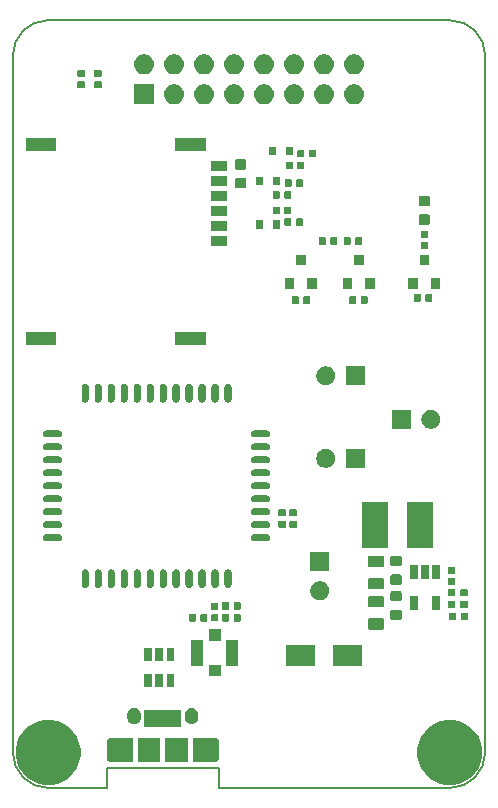
<source format=gts>
G04 #@! TF.GenerationSoftware,KiCad,Pcbnew,(5.1.0-10-g6006703)*
G04 #@! TF.CreationDate,2019-04-20T21:28:09+08:00*
G04 #@! TF.ProjectId,cicada-2g,63696361-6461-42d3-9267-2e6b69636164,0.1*
G04 #@! TF.SameCoordinates,PX7cee6c0PY3dfd240*
G04 #@! TF.FileFunction,Soldermask,Top*
G04 #@! TF.FilePolarity,Negative*
%FSLAX46Y46*%
G04 Gerber Fmt 4.6, Leading zero omitted, Abs format (unit mm)*
G04 Created by KiCad (PCBNEW (5.1.0-10-g6006703)) date 2019-04-20 21:28:09*
%MOMM*%
%LPD*%
G04 APERTURE LIST*
%ADD10C,0.150000*%
G04 APERTURE END LIST*
D10*
X-2500000Y-60000000D02*
X17000000Y-60000000D01*
X-2500000Y-58300000D02*
X-2500000Y-60000000D01*
X-12000000Y-58300000D02*
X-2500000Y-58300000D01*
X-12000000Y-60000000D02*
X-12000000Y-58300000D01*
X-17000000Y-60000000D02*
G75*
G02X-20000000Y-57000000I0J3000000D01*
G01*
X20000000Y-57000000D02*
G75*
G02X17000000Y-60000000I-3000000J0D01*
G01*
X17000000Y5000000D02*
G75*
G02X20000000Y2000000I0J-3000000D01*
G01*
X-20000000Y2000000D02*
G75*
G02X-17000000Y5000000I3000000J0D01*
G01*
X-20000000Y-57000000D02*
X-20000000Y2000000D01*
X-12000000Y-60000000D02*
X-17000000Y-60000000D01*
X20000000Y2000000D02*
X20000000Y-57000000D01*
X-17000000Y5000000D02*
X17000000Y5000000D01*
G36*
X17802144Y-54355680D02*
G01*
X18302612Y-54562981D01*
X18753022Y-54863935D01*
X19136065Y-55246978D01*
X19437019Y-55697388D01*
X19644320Y-56197856D01*
X19750000Y-56729147D01*
X19750000Y-57270853D01*
X19644320Y-57802144D01*
X19437019Y-58302612D01*
X19136065Y-58753022D01*
X18753022Y-59136065D01*
X18302612Y-59437019D01*
X17802144Y-59644320D01*
X17270853Y-59750000D01*
X16729147Y-59750000D01*
X16197856Y-59644320D01*
X15697388Y-59437019D01*
X15246978Y-59136065D01*
X14863935Y-58753022D01*
X14562981Y-58302612D01*
X14355680Y-57802144D01*
X14250000Y-57270853D01*
X14250000Y-56729147D01*
X14355680Y-56197856D01*
X14562981Y-55697388D01*
X14863935Y-55246978D01*
X15246978Y-54863935D01*
X15697388Y-54562981D01*
X16197856Y-54355680D01*
X16729147Y-54250000D01*
X17270853Y-54250000D01*
X17802144Y-54355680D01*
X17802144Y-54355680D01*
G37*
G36*
X-16197856Y-54355680D02*
G01*
X-15697388Y-54562981D01*
X-15246978Y-54863935D01*
X-14863935Y-55246978D01*
X-14562981Y-55697388D01*
X-14355680Y-56197856D01*
X-14250000Y-56729147D01*
X-14250000Y-57270853D01*
X-14355680Y-57802144D01*
X-14562981Y-58302612D01*
X-14863935Y-58753022D01*
X-15246978Y-59136065D01*
X-15697388Y-59437019D01*
X-16197856Y-59644320D01*
X-16729147Y-59750000D01*
X-17270853Y-59750000D01*
X-17802144Y-59644320D01*
X-18302612Y-59437019D01*
X-18753022Y-59136065D01*
X-19136065Y-58753022D01*
X-19437019Y-58302612D01*
X-19644320Y-57802144D01*
X-19750000Y-57270853D01*
X-19750000Y-56729147D01*
X-19644320Y-56197856D01*
X-19437019Y-55697388D01*
X-19136065Y-55246978D01*
X-18753022Y-54863935D01*
X-18302612Y-54562981D01*
X-17802144Y-54355680D01*
X-17270853Y-54250000D01*
X-16729147Y-54250000D01*
X-16197856Y-54355680D01*
X-16197856Y-54355680D01*
G37*
G36*
X-3666227Y-55799398D02*
G01*
X-3653975Y-55800000D01*
X-2764095Y-55800000D01*
X-2763389Y-55800860D01*
X-2744447Y-55816405D01*
X-2722841Y-55827953D01*
X-2707897Y-55834143D01*
X-2658761Y-55866974D01*
X-2616974Y-55908761D01*
X-2584143Y-55957897D01*
X-2577953Y-55972841D01*
X-2566405Y-55994446D01*
X-2550860Y-56013388D01*
X-2550000Y-56014094D01*
X-2550000Y-57585905D01*
X-2550860Y-57586611D01*
X-2566405Y-57605553D01*
X-2577953Y-57627159D01*
X-2584143Y-57642103D01*
X-2616974Y-57691239D01*
X-2658761Y-57733026D01*
X-2707897Y-57765857D01*
X-2722841Y-57772047D01*
X-2744446Y-57783595D01*
X-2763388Y-57799140D01*
X-2764094Y-57800000D01*
X-3653975Y-57800000D01*
X-3666227Y-57800602D01*
X-3700000Y-57803928D01*
X-3733773Y-57800602D01*
X-3746025Y-57800000D01*
X-4750000Y-57800000D01*
X-4750000Y-55800000D01*
X-3746025Y-55800000D01*
X-3733773Y-55799398D01*
X-3700000Y-55796072D01*
X-3666227Y-55799398D01*
X-3666227Y-55799398D01*
G37*
G36*
X-10866227Y-55799398D02*
G01*
X-10853975Y-55800000D01*
X-9850000Y-55800000D01*
X-9850000Y-57800000D01*
X-10853975Y-57800000D01*
X-10866227Y-57800602D01*
X-10900000Y-57803928D01*
X-10933773Y-57800602D01*
X-10946025Y-57800000D01*
X-11835905Y-57800000D01*
X-11836611Y-57799140D01*
X-11855553Y-57783595D01*
X-11877159Y-57772047D01*
X-11892103Y-57765857D01*
X-11941239Y-57733026D01*
X-11983026Y-57691239D01*
X-12015857Y-57642103D01*
X-12022047Y-57627159D01*
X-12033595Y-57605554D01*
X-12049140Y-57586612D01*
X-12050000Y-57585906D01*
X-12050000Y-56014095D01*
X-12049140Y-56013389D01*
X-12033595Y-55994447D01*
X-12022047Y-55972841D01*
X-12015857Y-55957897D01*
X-11983026Y-55908761D01*
X-11941239Y-55866974D01*
X-11892103Y-55834143D01*
X-11877159Y-55827953D01*
X-11855554Y-55816405D01*
X-11836612Y-55800860D01*
X-11835906Y-55800000D01*
X-10946025Y-55800000D01*
X-10933773Y-55799398D01*
X-10900000Y-55796072D01*
X-10866227Y-55799398D01*
X-10866227Y-55799398D01*
G37*
G36*
X-7500000Y-57800000D02*
G01*
X-9400000Y-57800000D01*
X-9400000Y-55800000D01*
X-7500000Y-55800000D01*
X-7500000Y-57800000D01*
X-7500000Y-57800000D01*
G37*
G36*
X-5200000Y-57800000D02*
G01*
X-7100000Y-57800000D01*
X-7100000Y-55800000D01*
X-5200000Y-55800000D01*
X-5200000Y-57800000D01*
X-5200000Y-57800000D01*
G37*
G36*
X-5750000Y-54850000D02*
G01*
X-8850000Y-54850000D01*
X-8850000Y-53400000D01*
X-5750000Y-53400000D01*
X-5750000Y-54850000D01*
X-5750000Y-54850000D01*
G37*
G36*
X-9622387Y-53232325D02*
G01*
X-9612280Y-53233320D01*
X-9558087Y-53249760D01*
X-9503893Y-53266199D01*
X-9404003Y-53319592D01*
X-9316446Y-53391446D01*
X-9244592Y-53479002D01*
X-9191199Y-53578892D01*
X-9158320Y-53687280D01*
X-9150000Y-53771754D01*
X-9150000Y-54028245D01*
X-9157131Y-54100651D01*
X-9158320Y-54112720D01*
X-9174760Y-54166913D01*
X-9191199Y-54221107D01*
X-9191200Y-54221108D01*
X-9244592Y-54320998D01*
X-9266917Y-54348201D01*
X-9316446Y-54408554D01*
X-9404002Y-54480408D01*
X-9503892Y-54533801D01*
X-9558086Y-54550241D01*
X-9612279Y-54566680D01*
X-9622386Y-54567675D01*
X-9725000Y-54577782D01*
X-9827613Y-54567675D01*
X-9837720Y-54566680D01*
X-9891913Y-54550241D01*
X-9946107Y-54533801D01*
X-10045997Y-54480408D01*
X-10133553Y-54408554D01*
X-10205407Y-54320998D01*
X-10258801Y-54221108D01*
X-10291680Y-54112720D01*
X-10300000Y-54028246D01*
X-10300000Y-53771755D01*
X-10291680Y-53687281D01*
X-10291679Y-53687279D01*
X-10258801Y-53578894D01*
X-10258801Y-53578893D01*
X-10205408Y-53479003D01*
X-10133554Y-53391446D01*
X-10045998Y-53319592D01*
X-9946108Y-53266199D01*
X-9891914Y-53249760D01*
X-9837721Y-53233320D01*
X-9827614Y-53232325D01*
X-9725000Y-53222218D01*
X-9622387Y-53232325D01*
X-9622387Y-53232325D01*
G37*
G36*
X-4772387Y-53232325D02*
G01*
X-4762280Y-53233320D01*
X-4708087Y-53249760D01*
X-4653893Y-53266199D01*
X-4554003Y-53319592D01*
X-4466446Y-53391446D01*
X-4394592Y-53479002D01*
X-4341199Y-53578892D01*
X-4308320Y-53687280D01*
X-4300000Y-53771754D01*
X-4300000Y-54028245D01*
X-4307131Y-54100651D01*
X-4308320Y-54112720D01*
X-4324760Y-54166913D01*
X-4341199Y-54221107D01*
X-4341200Y-54221108D01*
X-4394592Y-54320998D01*
X-4416917Y-54348201D01*
X-4466446Y-54408554D01*
X-4554002Y-54480408D01*
X-4653892Y-54533801D01*
X-4708086Y-54550241D01*
X-4762279Y-54566680D01*
X-4772386Y-54567675D01*
X-4875000Y-54577782D01*
X-4977613Y-54567675D01*
X-4987720Y-54566680D01*
X-5041913Y-54550241D01*
X-5096107Y-54533801D01*
X-5195997Y-54480408D01*
X-5283553Y-54408554D01*
X-5355407Y-54320998D01*
X-5408801Y-54221108D01*
X-5441680Y-54112720D01*
X-5450000Y-54028246D01*
X-5450000Y-53771755D01*
X-5441680Y-53687281D01*
X-5441679Y-53687279D01*
X-5408801Y-53578894D01*
X-5408801Y-53578893D01*
X-5355408Y-53479003D01*
X-5283554Y-53391446D01*
X-5195998Y-53319592D01*
X-5096108Y-53266199D01*
X-5041914Y-53249760D01*
X-4987721Y-53233320D01*
X-4977614Y-53232325D01*
X-4875000Y-53222218D01*
X-4772387Y-53232325D01*
X-4772387Y-53232325D01*
G37*
G36*
X-7275000Y-51430000D02*
G01*
X-7925000Y-51430000D01*
X-7925000Y-50370000D01*
X-7275000Y-50370000D01*
X-7275000Y-51430000D01*
X-7275000Y-51430000D01*
G37*
G36*
X-6325000Y-51430000D02*
G01*
X-6975000Y-51430000D01*
X-6975000Y-50370000D01*
X-6325000Y-50370000D01*
X-6325000Y-51430000D01*
X-6325000Y-51430000D01*
G37*
G36*
X-8225000Y-51430000D02*
G01*
X-8875000Y-51430000D01*
X-8875000Y-50370000D01*
X-8225000Y-50370000D01*
X-8225000Y-51430000D01*
X-8225000Y-51430000D01*
G37*
G36*
X-2400000Y-50570000D02*
G01*
X-3400000Y-50570000D01*
X-3400000Y-49570000D01*
X-2400000Y-49570000D01*
X-2400000Y-50570000D01*
X-2400000Y-50570000D01*
G37*
G36*
X5600000Y-49700000D02*
G01*
X3100000Y-49700000D01*
X3100000Y-47900000D01*
X5600000Y-47900000D01*
X5600000Y-49700000D01*
X5600000Y-49700000D01*
G37*
G36*
X9600000Y-49700000D02*
G01*
X7100000Y-49700000D01*
X7100000Y-47900000D01*
X9600000Y-47900000D01*
X9600000Y-49700000D01*
X9600000Y-49700000D01*
G37*
G36*
X-900000Y-49670000D02*
G01*
X-1950000Y-49670000D01*
X-1950000Y-47470000D01*
X-900000Y-47470000D01*
X-900000Y-49670000D01*
X-900000Y-49670000D01*
G37*
G36*
X-3850000Y-49670000D02*
G01*
X-4900000Y-49670000D01*
X-4900000Y-47470000D01*
X-3850000Y-47470000D01*
X-3850000Y-49670000D01*
X-3850000Y-49670000D01*
G37*
G36*
X-7275000Y-49230000D02*
G01*
X-7925000Y-49230000D01*
X-7925000Y-48170000D01*
X-7275000Y-48170000D01*
X-7275000Y-49230000D01*
X-7275000Y-49230000D01*
G37*
G36*
X-8225000Y-49230000D02*
G01*
X-8875000Y-49230000D01*
X-8875000Y-48170000D01*
X-8225000Y-48170000D01*
X-8225000Y-49230000D01*
X-8225000Y-49230000D01*
G37*
G36*
X-6325000Y-49230000D02*
G01*
X-6975000Y-49230000D01*
X-6975000Y-48170000D01*
X-6325000Y-48170000D01*
X-6325000Y-49230000D01*
X-6325000Y-49230000D01*
G37*
G36*
X-2400000Y-47570000D02*
G01*
X-3400000Y-47570000D01*
X-3400000Y-46570000D01*
X-2400000Y-46570000D01*
X-2400000Y-47570000D01*
X-2400000Y-47570000D01*
G37*
G36*
X11303991Y-45629075D02*
G01*
X11337879Y-45639355D01*
X11369112Y-45656050D01*
X11396486Y-45678514D01*
X11418950Y-45705888D01*
X11435645Y-45737121D01*
X11445925Y-45771009D01*
X11450000Y-45812388D01*
X11450000Y-46412612D01*
X11445925Y-46453991D01*
X11435645Y-46487879D01*
X11418950Y-46519112D01*
X11396486Y-46546486D01*
X11369112Y-46568950D01*
X11337879Y-46585645D01*
X11303991Y-46595925D01*
X11262612Y-46600000D01*
X10237388Y-46600000D01*
X10196009Y-46595925D01*
X10162121Y-46585645D01*
X10130888Y-46568950D01*
X10103514Y-46546486D01*
X10081050Y-46519112D01*
X10064355Y-46487879D01*
X10054075Y-46453991D01*
X10050000Y-46412612D01*
X10050000Y-45812388D01*
X10054075Y-45771009D01*
X10064355Y-45737121D01*
X10081050Y-45705888D01*
X10103514Y-45678514D01*
X10130888Y-45656050D01*
X10162121Y-45639355D01*
X10196009Y-45629075D01*
X10237388Y-45625000D01*
X11262612Y-45625000D01*
X11303991Y-45629075D01*
X11303991Y-45629075D01*
G37*
G36*
X-783537Y-45282226D02*
G01*
X-767701Y-45287030D01*
X-753114Y-45294827D01*
X-740323Y-45305323D01*
X-729827Y-45318114D01*
X-722030Y-45332701D01*
X-717226Y-45348537D01*
X-715000Y-45371140D01*
X-715000Y-45828860D01*
X-717226Y-45851463D01*
X-722030Y-45867299D01*
X-729827Y-45881886D01*
X-740323Y-45894677D01*
X-753114Y-45905173D01*
X-767701Y-45912970D01*
X-783537Y-45917774D01*
X-806140Y-45920000D01*
X-1213860Y-45920000D01*
X-1236463Y-45917774D01*
X-1252299Y-45912970D01*
X-1266886Y-45905173D01*
X-1279677Y-45894677D01*
X-1290173Y-45881886D01*
X-1297970Y-45867299D01*
X-1302774Y-45851463D01*
X-1305000Y-45828860D01*
X-1305000Y-45371140D01*
X-1302774Y-45348537D01*
X-1297970Y-45332701D01*
X-1290173Y-45318114D01*
X-1279677Y-45305323D01*
X-1266886Y-45294827D01*
X-1252299Y-45287030D01*
X-1236463Y-45282226D01*
X-1213860Y-45280000D01*
X-806140Y-45280000D01*
X-783537Y-45282226D01*
X-783537Y-45282226D01*
G37*
G36*
X-1753537Y-45282226D02*
G01*
X-1737701Y-45287030D01*
X-1723114Y-45294827D01*
X-1710323Y-45305323D01*
X-1699827Y-45318114D01*
X-1692030Y-45332701D01*
X-1687226Y-45348537D01*
X-1685000Y-45371140D01*
X-1685000Y-45828860D01*
X-1687226Y-45851463D01*
X-1692030Y-45867299D01*
X-1699827Y-45881886D01*
X-1710323Y-45894677D01*
X-1723114Y-45905173D01*
X-1737701Y-45912970D01*
X-1753537Y-45917774D01*
X-1776140Y-45920000D01*
X-2183860Y-45920000D01*
X-2206463Y-45917774D01*
X-2222299Y-45912970D01*
X-2236886Y-45905173D01*
X-2249677Y-45894677D01*
X-2260173Y-45881886D01*
X-2267970Y-45867299D01*
X-2272774Y-45851463D01*
X-2275000Y-45828860D01*
X-2275000Y-45371140D01*
X-2272774Y-45348537D01*
X-2267970Y-45332701D01*
X-2260173Y-45318114D01*
X-2249677Y-45305323D01*
X-2236886Y-45294827D01*
X-2222299Y-45287030D01*
X-2206463Y-45282226D01*
X-2183860Y-45280000D01*
X-1776140Y-45280000D01*
X-1753537Y-45282226D01*
X-1753537Y-45282226D01*
G37*
G36*
X-3588537Y-45282226D02*
G01*
X-3572701Y-45287030D01*
X-3558114Y-45294827D01*
X-3545323Y-45305323D01*
X-3534827Y-45318114D01*
X-3527030Y-45332701D01*
X-3522226Y-45348537D01*
X-3520000Y-45371140D01*
X-3520000Y-45828860D01*
X-3522226Y-45851463D01*
X-3527030Y-45867299D01*
X-3534827Y-45881886D01*
X-3545323Y-45894677D01*
X-3558114Y-45905173D01*
X-3572701Y-45912970D01*
X-3588537Y-45917774D01*
X-3611140Y-45920000D01*
X-4018860Y-45920000D01*
X-4041463Y-45917774D01*
X-4057299Y-45912970D01*
X-4071886Y-45905173D01*
X-4084677Y-45894677D01*
X-4095173Y-45881886D01*
X-4102970Y-45867299D01*
X-4107774Y-45851463D01*
X-4110000Y-45828860D01*
X-4110000Y-45371140D01*
X-4107774Y-45348537D01*
X-4102970Y-45332701D01*
X-4095173Y-45318114D01*
X-4084677Y-45305323D01*
X-4071886Y-45294827D01*
X-4057299Y-45287030D01*
X-4041463Y-45282226D01*
X-4018860Y-45280000D01*
X-3611140Y-45280000D01*
X-3588537Y-45282226D01*
X-3588537Y-45282226D01*
G37*
G36*
X-4558537Y-45282226D02*
G01*
X-4542701Y-45287030D01*
X-4528114Y-45294827D01*
X-4515323Y-45305323D01*
X-4504827Y-45318114D01*
X-4497030Y-45332701D01*
X-4492226Y-45348537D01*
X-4490000Y-45371140D01*
X-4490000Y-45828860D01*
X-4492226Y-45851463D01*
X-4497030Y-45867299D01*
X-4504827Y-45881886D01*
X-4515323Y-45894677D01*
X-4528114Y-45905173D01*
X-4542701Y-45912970D01*
X-4558537Y-45917774D01*
X-4581140Y-45920000D01*
X-4988860Y-45920000D01*
X-5011463Y-45917774D01*
X-5027299Y-45912970D01*
X-5041886Y-45905173D01*
X-5054677Y-45894677D01*
X-5065173Y-45881886D01*
X-5072970Y-45867299D01*
X-5077774Y-45851463D01*
X-5080000Y-45828860D01*
X-5080000Y-45371140D01*
X-5077774Y-45348537D01*
X-5072970Y-45332701D01*
X-5065173Y-45318114D01*
X-5054677Y-45305323D01*
X-5041886Y-45294827D01*
X-5027299Y-45287030D01*
X-5011463Y-45282226D01*
X-4988860Y-45280000D01*
X-4581140Y-45280000D01*
X-4558537Y-45282226D01*
X-4558537Y-45282226D01*
G37*
G36*
X-2648537Y-45312226D02*
G01*
X-2632701Y-45317030D01*
X-2618114Y-45324827D01*
X-2605323Y-45335323D01*
X-2594827Y-45348114D01*
X-2587030Y-45362701D01*
X-2582226Y-45378537D01*
X-2580000Y-45401140D01*
X-2580000Y-45808860D01*
X-2582226Y-45831463D01*
X-2587030Y-45847299D01*
X-2594827Y-45861886D01*
X-2605323Y-45874677D01*
X-2618114Y-45885173D01*
X-2632701Y-45892970D01*
X-2648537Y-45897774D01*
X-2671140Y-45900000D01*
X-3128860Y-45900000D01*
X-3151463Y-45897774D01*
X-3167299Y-45892970D01*
X-3181886Y-45885173D01*
X-3194677Y-45874677D01*
X-3205173Y-45861886D01*
X-3212970Y-45847299D01*
X-3217774Y-45831463D01*
X-3220000Y-45808860D01*
X-3220000Y-45401140D01*
X-3217774Y-45378537D01*
X-3212970Y-45362701D01*
X-3205173Y-45348114D01*
X-3194677Y-45335323D01*
X-3181886Y-45324827D01*
X-3167299Y-45317030D01*
X-3151463Y-45312226D01*
X-3128860Y-45310000D01*
X-2671140Y-45310000D01*
X-2648537Y-45312226D01*
X-2648537Y-45312226D01*
G37*
G36*
X18461463Y-45157226D02*
G01*
X18477299Y-45162030D01*
X18491886Y-45169827D01*
X18504677Y-45180323D01*
X18515173Y-45193114D01*
X18522970Y-45207701D01*
X18527774Y-45223537D01*
X18530000Y-45246140D01*
X18530000Y-45703860D01*
X18527774Y-45726463D01*
X18522970Y-45742299D01*
X18515173Y-45756886D01*
X18504677Y-45769677D01*
X18491886Y-45780173D01*
X18477299Y-45787970D01*
X18461463Y-45792774D01*
X18438860Y-45795000D01*
X18031140Y-45795000D01*
X18008537Y-45792774D01*
X17992701Y-45787970D01*
X17978114Y-45780173D01*
X17965323Y-45769677D01*
X17954827Y-45756886D01*
X17947030Y-45742299D01*
X17942226Y-45726463D01*
X17940000Y-45703860D01*
X17940000Y-45246140D01*
X17942226Y-45223537D01*
X17947030Y-45207701D01*
X17954827Y-45193114D01*
X17965323Y-45180323D01*
X17978114Y-45169827D01*
X17992701Y-45162030D01*
X18008537Y-45157226D01*
X18031140Y-45155000D01*
X18438860Y-45155000D01*
X18461463Y-45157226D01*
X18461463Y-45157226D01*
G37*
G36*
X17491463Y-45157226D02*
G01*
X17507299Y-45162030D01*
X17521886Y-45169827D01*
X17534677Y-45180323D01*
X17545173Y-45193114D01*
X17552970Y-45207701D01*
X17557774Y-45223537D01*
X17560000Y-45246140D01*
X17560000Y-45703860D01*
X17557774Y-45726463D01*
X17552970Y-45742299D01*
X17545173Y-45756886D01*
X17534677Y-45769677D01*
X17521886Y-45780173D01*
X17507299Y-45787970D01*
X17491463Y-45792774D01*
X17468860Y-45795000D01*
X17061140Y-45795000D01*
X17038537Y-45792774D01*
X17022701Y-45787970D01*
X17008114Y-45780173D01*
X16995323Y-45769677D01*
X16984827Y-45756886D01*
X16977030Y-45742299D01*
X16972226Y-45726463D01*
X16970000Y-45703860D01*
X16970000Y-45246140D01*
X16972226Y-45223537D01*
X16977030Y-45207701D01*
X16984827Y-45193114D01*
X16995323Y-45180323D01*
X17008114Y-45169827D01*
X17022701Y-45162030D01*
X17038537Y-45157226D01*
X17061140Y-45155000D01*
X17468860Y-45155000D01*
X17491463Y-45157226D01*
X17491463Y-45157226D01*
G37*
G36*
X12799116Y-44916095D02*
G01*
X12828311Y-44924952D01*
X12855223Y-44939337D01*
X12878808Y-44958692D01*
X12898163Y-44982277D01*
X12912548Y-45009189D01*
X12921405Y-45038384D01*
X12925000Y-45074890D01*
X12925000Y-45625110D01*
X12921405Y-45661616D01*
X12912548Y-45690811D01*
X12898163Y-45717723D01*
X12878808Y-45741308D01*
X12855223Y-45760663D01*
X12828311Y-45775048D01*
X12799116Y-45783905D01*
X12762610Y-45787500D01*
X12137390Y-45787500D01*
X12100884Y-45783905D01*
X12071689Y-45775048D01*
X12044777Y-45760663D01*
X12021192Y-45741308D01*
X12001837Y-45717723D01*
X11987452Y-45690811D01*
X11978595Y-45661616D01*
X11975000Y-45625110D01*
X11975000Y-45074890D01*
X11978595Y-45038384D01*
X11987452Y-45009189D01*
X12001837Y-44982277D01*
X12021192Y-44958692D01*
X12044777Y-44939337D01*
X12071689Y-44924952D01*
X12100884Y-44916095D01*
X12137390Y-44912500D01*
X12762610Y-44912500D01*
X12799116Y-44916095D01*
X12799116Y-44916095D01*
G37*
G36*
X16172250Y-44963971D02*
G01*
X15522250Y-44963971D01*
X15522250Y-43743971D01*
X16172250Y-43743971D01*
X16172250Y-44963971D01*
X16172250Y-44963971D01*
G37*
G36*
X14272250Y-44963971D02*
G01*
X13622250Y-44963971D01*
X13622250Y-43743971D01*
X14272250Y-43743971D01*
X14272250Y-44963971D01*
X14272250Y-44963971D01*
G37*
G36*
X-2648537Y-44342226D02*
G01*
X-2632701Y-44347030D01*
X-2618114Y-44354827D01*
X-2605323Y-44365323D01*
X-2594827Y-44378114D01*
X-2587030Y-44392701D01*
X-2582226Y-44408537D01*
X-2580000Y-44431140D01*
X-2580000Y-44838860D01*
X-2582226Y-44861463D01*
X-2587030Y-44877299D01*
X-2594827Y-44891886D01*
X-2605323Y-44904677D01*
X-2618114Y-44915173D01*
X-2632701Y-44922970D01*
X-2648537Y-44927774D01*
X-2671140Y-44930000D01*
X-3128860Y-44930000D01*
X-3151463Y-44927774D01*
X-3167299Y-44922970D01*
X-3181886Y-44915173D01*
X-3194677Y-44904677D01*
X-3205173Y-44891886D01*
X-3212970Y-44877299D01*
X-3217774Y-44861463D01*
X-3220000Y-44838860D01*
X-3220000Y-44431140D01*
X-3217774Y-44408537D01*
X-3212970Y-44392701D01*
X-3205173Y-44378114D01*
X-3194677Y-44365323D01*
X-3181886Y-44354827D01*
X-3167299Y-44347030D01*
X-3151463Y-44342226D01*
X-3128860Y-44340000D01*
X-2671140Y-44340000D01*
X-2648537Y-44342226D01*
X-2648537Y-44342226D01*
G37*
G36*
X-1753537Y-44282226D02*
G01*
X-1737701Y-44287030D01*
X-1723114Y-44294827D01*
X-1710323Y-44305323D01*
X-1699827Y-44318114D01*
X-1692030Y-44332701D01*
X-1687226Y-44348537D01*
X-1685000Y-44371140D01*
X-1685000Y-44828860D01*
X-1687226Y-44851463D01*
X-1692030Y-44867299D01*
X-1699827Y-44881886D01*
X-1710323Y-44894677D01*
X-1723114Y-44905173D01*
X-1737701Y-44912970D01*
X-1753537Y-44917774D01*
X-1776140Y-44920000D01*
X-2183860Y-44920000D01*
X-2206463Y-44917774D01*
X-2222299Y-44912970D01*
X-2236886Y-44905173D01*
X-2249677Y-44894677D01*
X-2260173Y-44881886D01*
X-2267970Y-44867299D01*
X-2272774Y-44851463D01*
X-2275000Y-44828860D01*
X-2275000Y-44371140D01*
X-2272774Y-44348537D01*
X-2267970Y-44332701D01*
X-2260173Y-44318114D01*
X-2249677Y-44305323D01*
X-2236886Y-44294827D01*
X-2222299Y-44287030D01*
X-2206463Y-44282226D01*
X-2183860Y-44280000D01*
X-1776140Y-44280000D01*
X-1753537Y-44282226D01*
X-1753537Y-44282226D01*
G37*
G36*
X-783537Y-44282226D02*
G01*
X-767701Y-44287030D01*
X-753114Y-44294827D01*
X-740323Y-44305323D01*
X-729827Y-44318114D01*
X-722030Y-44332701D01*
X-717226Y-44348537D01*
X-715000Y-44371140D01*
X-715000Y-44828860D01*
X-717226Y-44851463D01*
X-722030Y-44867299D01*
X-729827Y-44881886D01*
X-740323Y-44894677D01*
X-753114Y-44905173D01*
X-767701Y-44912970D01*
X-783537Y-44917774D01*
X-806140Y-44920000D01*
X-1213860Y-44920000D01*
X-1236463Y-44917774D01*
X-1252299Y-44912970D01*
X-1266886Y-44905173D01*
X-1279677Y-44894677D01*
X-1290173Y-44881886D01*
X-1297970Y-44867299D01*
X-1302774Y-44851463D01*
X-1305000Y-44828860D01*
X-1305000Y-44371140D01*
X-1302774Y-44348537D01*
X-1297970Y-44332701D01*
X-1290173Y-44318114D01*
X-1279677Y-44305323D01*
X-1266886Y-44294827D01*
X-1252299Y-44287030D01*
X-1236463Y-44282226D01*
X-1213860Y-44280000D01*
X-806140Y-44280000D01*
X-783537Y-44282226D01*
X-783537Y-44282226D01*
G37*
G36*
X18448709Y-44167226D02*
G01*
X18464545Y-44172030D01*
X18479132Y-44179827D01*
X18491923Y-44190323D01*
X18502419Y-44203114D01*
X18510216Y-44217701D01*
X18515020Y-44233537D01*
X18517246Y-44256140D01*
X18517246Y-44663860D01*
X18515020Y-44686463D01*
X18510216Y-44702299D01*
X18502419Y-44716886D01*
X18491923Y-44729677D01*
X18479132Y-44740173D01*
X18464545Y-44747970D01*
X18448709Y-44752774D01*
X18426106Y-44755000D01*
X17968386Y-44755000D01*
X17945783Y-44752774D01*
X17929947Y-44747970D01*
X17915360Y-44740173D01*
X17902569Y-44729677D01*
X17892073Y-44716886D01*
X17884276Y-44702299D01*
X17879472Y-44686463D01*
X17877246Y-44663860D01*
X17877246Y-44256140D01*
X17879472Y-44233537D01*
X17884276Y-44217701D01*
X17892073Y-44203114D01*
X17902569Y-44190323D01*
X17915360Y-44179827D01*
X17929947Y-44172030D01*
X17945783Y-44167226D01*
X17968386Y-44165000D01*
X18426106Y-44165000D01*
X18448709Y-44167226D01*
X18448709Y-44167226D01*
G37*
G36*
X17401463Y-44167226D02*
G01*
X17417299Y-44172030D01*
X17431886Y-44179827D01*
X17444677Y-44190323D01*
X17455173Y-44203114D01*
X17462970Y-44217701D01*
X17467774Y-44233537D01*
X17470000Y-44256140D01*
X17470000Y-44663860D01*
X17467774Y-44686463D01*
X17462970Y-44702299D01*
X17455173Y-44716886D01*
X17444677Y-44729677D01*
X17431886Y-44740173D01*
X17417299Y-44747970D01*
X17401463Y-44752774D01*
X17378860Y-44755000D01*
X16921140Y-44755000D01*
X16898537Y-44752774D01*
X16882701Y-44747970D01*
X16868114Y-44740173D01*
X16855323Y-44729677D01*
X16844827Y-44716886D01*
X16837030Y-44702299D01*
X16832226Y-44686463D01*
X16830000Y-44663860D01*
X16830000Y-44256140D01*
X16832226Y-44233537D01*
X16837030Y-44217701D01*
X16844827Y-44203114D01*
X16855323Y-44190323D01*
X16868114Y-44179827D01*
X16882701Y-44172030D01*
X16898537Y-44167226D01*
X16921140Y-44165000D01*
X17378860Y-44165000D01*
X17401463Y-44167226D01*
X17401463Y-44167226D01*
G37*
G36*
X11303991Y-43754075D02*
G01*
X11337879Y-43764355D01*
X11369112Y-43781050D01*
X11396486Y-43803514D01*
X11418950Y-43830888D01*
X11435645Y-43862121D01*
X11445925Y-43896009D01*
X11450000Y-43937388D01*
X11450000Y-44537612D01*
X11445925Y-44578991D01*
X11435645Y-44612879D01*
X11418950Y-44644112D01*
X11396486Y-44671486D01*
X11369112Y-44693950D01*
X11337879Y-44710645D01*
X11303991Y-44720925D01*
X11262612Y-44725000D01*
X10237388Y-44725000D01*
X10196009Y-44720925D01*
X10162121Y-44710645D01*
X10130888Y-44693950D01*
X10103514Y-44671486D01*
X10081050Y-44644112D01*
X10064355Y-44612879D01*
X10054075Y-44578991D01*
X10050000Y-44537612D01*
X10050000Y-43937388D01*
X10054075Y-43896009D01*
X10064355Y-43862121D01*
X10081050Y-43830888D01*
X10103514Y-43803514D01*
X10130888Y-43781050D01*
X10162121Y-43764355D01*
X10196009Y-43754075D01*
X10237388Y-43750000D01*
X11262612Y-43750000D01*
X11303991Y-43754075D01*
X11303991Y-43754075D01*
G37*
G36*
X12799116Y-43341095D02*
G01*
X12828311Y-43349952D01*
X12855223Y-43364337D01*
X12878808Y-43383692D01*
X12898163Y-43407277D01*
X12912548Y-43434189D01*
X12921405Y-43463384D01*
X12925000Y-43499890D01*
X12925000Y-44050110D01*
X12921405Y-44086616D01*
X12912548Y-44115811D01*
X12898163Y-44142723D01*
X12878808Y-44166308D01*
X12855223Y-44185663D01*
X12828311Y-44200048D01*
X12799116Y-44208905D01*
X12762610Y-44212500D01*
X12137390Y-44212500D01*
X12100884Y-44208905D01*
X12071689Y-44200048D01*
X12044777Y-44185663D01*
X12021192Y-44166308D01*
X12001837Y-44142723D01*
X11987452Y-44115811D01*
X11978595Y-44086616D01*
X11975000Y-44050110D01*
X11975000Y-43499890D01*
X11978595Y-43463384D01*
X11987452Y-43434189D01*
X12001837Y-43407277D01*
X12021192Y-43383692D01*
X12044777Y-43364337D01*
X12071689Y-43349952D01*
X12100884Y-43341095D01*
X12137390Y-43337500D01*
X12762610Y-43337500D01*
X12799116Y-43341095D01*
X12799116Y-43341095D01*
G37*
G36*
X6233351Y-42530743D02*
G01*
X6378941Y-42591048D01*
X6509970Y-42678599D01*
X6621401Y-42790030D01*
X6708952Y-42921059D01*
X6769257Y-43066649D01*
X6800000Y-43221206D01*
X6800000Y-43378794D01*
X6769257Y-43533351D01*
X6708952Y-43678941D01*
X6621401Y-43809970D01*
X6509970Y-43921401D01*
X6378941Y-44008952D01*
X6233351Y-44069257D01*
X6078794Y-44100000D01*
X5921206Y-44100000D01*
X5766649Y-44069257D01*
X5621059Y-44008952D01*
X5490030Y-43921401D01*
X5378599Y-43809970D01*
X5291048Y-43678941D01*
X5230743Y-43533351D01*
X5200000Y-43378794D01*
X5200000Y-43221206D01*
X5230743Y-43066649D01*
X5291048Y-42921059D01*
X5378599Y-42790030D01*
X5490030Y-42678599D01*
X5621059Y-42591048D01*
X5766649Y-42530743D01*
X5921206Y-42500000D01*
X6078794Y-42500000D01*
X6233351Y-42530743D01*
X6233351Y-42530743D01*
G37*
G36*
X18448709Y-43197226D02*
G01*
X18464545Y-43202030D01*
X18479132Y-43209827D01*
X18491923Y-43220323D01*
X18502419Y-43233114D01*
X18510216Y-43247701D01*
X18515020Y-43263537D01*
X18517246Y-43286140D01*
X18517246Y-43693860D01*
X18515020Y-43716463D01*
X18510216Y-43732299D01*
X18502419Y-43746886D01*
X18491923Y-43759677D01*
X18479132Y-43770173D01*
X18464545Y-43777970D01*
X18448709Y-43782774D01*
X18426106Y-43785000D01*
X17968386Y-43785000D01*
X17945783Y-43782774D01*
X17929947Y-43777970D01*
X17915360Y-43770173D01*
X17902569Y-43759677D01*
X17892073Y-43746886D01*
X17884276Y-43732299D01*
X17879472Y-43716463D01*
X17877246Y-43693860D01*
X17877246Y-43286140D01*
X17879472Y-43263537D01*
X17884276Y-43247701D01*
X17892073Y-43233114D01*
X17902569Y-43220323D01*
X17915360Y-43209827D01*
X17929947Y-43202030D01*
X17945783Y-43197226D01*
X17968386Y-43195000D01*
X18426106Y-43195000D01*
X18448709Y-43197226D01*
X18448709Y-43197226D01*
G37*
G36*
X17401463Y-43197226D02*
G01*
X17417299Y-43202030D01*
X17431886Y-43209827D01*
X17444677Y-43220323D01*
X17455173Y-43233114D01*
X17462970Y-43247701D01*
X17467774Y-43263537D01*
X17470000Y-43286140D01*
X17470000Y-43693860D01*
X17467774Y-43716463D01*
X17462970Y-43732299D01*
X17455173Y-43746886D01*
X17444677Y-43759677D01*
X17431886Y-43770173D01*
X17417299Y-43777970D01*
X17401463Y-43782774D01*
X17378860Y-43785000D01*
X16921140Y-43785000D01*
X16898537Y-43782774D01*
X16882701Y-43777970D01*
X16868114Y-43770173D01*
X16855323Y-43759677D01*
X16844827Y-43746886D01*
X16837030Y-43732299D01*
X16832226Y-43716463D01*
X16830000Y-43693860D01*
X16830000Y-43286140D01*
X16832226Y-43263537D01*
X16837030Y-43247701D01*
X16844827Y-43233114D01*
X16855323Y-43220323D01*
X16868114Y-43209827D01*
X16882701Y-43202030D01*
X16898537Y-43197226D01*
X16921140Y-43195000D01*
X17378860Y-43195000D01*
X17401463Y-43197226D01*
X17401463Y-43197226D01*
G37*
G36*
X11303991Y-42229075D02*
G01*
X11337879Y-42239355D01*
X11369112Y-42256050D01*
X11396486Y-42278514D01*
X11418950Y-42305888D01*
X11435645Y-42337121D01*
X11445925Y-42371009D01*
X11450000Y-42412388D01*
X11450000Y-43012612D01*
X11445925Y-43053991D01*
X11435645Y-43087879D01*
X11418950Y-43119112D01*
X11396486Y-43146486D01*
X11369112Y-43168950D01*
X11337879Y-43185645D01*
X11303991Y-43195925D01*
X11262612Y-43200000D01*
X10237388Y-43200000D01*
X10196009Y-43195925D01*
X10162121Y-43185645D01*
X10130888Y-43168950D01*
X10103514Y-43146486D01*
X10081050Y-43119112D01*
X10064355Y-43087879D01*
X10054075Y-43053991D01*
X10050000Y-43012612D01*
X10050000Y-42412388D01*
X10054075Y-42371009D01*
X10064355Y-42337121D01*
X10081050Y-42305888D01*
X10103514Y-42278514D01*
X10130888Y-42256050D01*
X10162121Y-42239355D01*
X10196009Y-42229075D01*
X10237388Y-42225000D01*
X11262612Y-42225000D01*
X11303991Y-42229075D01*
X11303991Y-42229075D01*
G37*
G36*
X-13855397Y-41475480D02*
G01*
X-13816190Y-41479341D01*
X-13759640Y-41496496D01*
X-13759637Y-41496497D01*
X-13707524Y-41524352D01*
X-13661842Y-41561842D01*
X-13624352Y-41607524D01*
X-13596497Y-41659637D01*
X-13596496Y-41659640D01*
X-13579341Y-41716190D01*
X-13575000Y-41760267D01*
X-13575000Y-42789733D01*
X-13579341Y-42833810D01*
X-13596496Y-42890359D01*
X-13596497Y-42890363D01*
X-13624352Y-42942476D01*
X-13661841Y-42988157D01*
X-13707525Y-43025648D01*
X-13759638Y-43053503D01*
X-13759641Y-43053504D01*
X-13816191Y-43070659D01*
X-13875000Y-43076451D01*
X-13875001Y-43076451D01*
X-13894603Y-43074520D01*
X-13933810Y-43070659D01*
X-13990360Y-43053504D01*
X-13990363Y-43053503D01*
X-14042476Y-43025648D01*
X-14088157Y-42988159D01*
X-14125648Y-42942475D01*
X-14153503Y-42890362D01*
X-14153504Y-42890359D01*
X-14170659Y-42833809D01*
X-14175000Y-42789732D01*
X-14174999Y-41760267D01*
X-14170658Y-41716190D01*
X-14153503Y-41659640D01*
X-14153502Y-41659637D01*
X-14125647Y-41607524D01*
X-14088157Y-41561842D01*
X-14042475Y-41524352D01*
X-13990362Y-41496497D01*
X-13990359Y-41496496D01*
X-13933809Y-41479341D01*
X-13875000Y-41473549D01*
X-13874999Y-41473549D01*
X-13855397Y-41475480D01*
X-13855397Y-41475480D01*
G37*
G36*
X-1755397Y-41475480D02*
G01*
X-1716190Y-41479341D01*
X-1659640Y-41496496D01*
X-1659637Y-41496497D01*
X-1607524Y-41524352D01*
X-1561842Y-41561842D01*
X-1524352Y-41607524D01*
X-1496497Y-41659637D01*
X-1496496Y-41659640D01*
X-1479341Y-41716190D01*
X-1475000Y-41760267D01*
X-1475000Y-42789733D01*
X-1479341Y-42833810D01*
X-1496496Y-42890359D01*
X-1496497Y-42890363D01*
X-1524352Y-42942476D01*
X-1561841Y-42988157D01*
X-1607525Y-43025648D01*
X-1659638Y-43053503D01*
X-1659641Y-43053504D01*
X-1716191Y-43070659D01*
X-1775000Y-43076451D01*
X-1775001Y-43076451D01*
X-1794603Y-43074520D01*
X-1833810Y-43070659D01*
X-1890360Y-43053504D01*
X-1890363Y-43053503D01*
X-1942476Y-43025648D01*
X-1988157Y-42988159D01*
X-2025648Y-42942475D01*
X-2053503Y-42890362D01*
X-2053504Y-42890359D01*
X-2070659Y-42833809D01*
X-2075000Y-42789732D01*
X-2074999Y-41760267D01*
X-2070658Y-41716190D01*
X-2053503Y-41659640D01*
X-2053502Y-41659637D01*
X-2025647Y-41607524D01*
X-1988157Y-41561842D01*
X-1942475Y-41524352D01*
X-1890362Y-41496497D01*
X-1890359Y-41496496D01*
X-1833809Y-41479341D01*
X-1775000Y-41473549D01*
X-1774999Y-41473549D01*
X-1755397Y-41475480D01*
X-1755397Y-41475480D01*
G37*
G36*
X-12755397Y-41475480D02*
G01*
X-12716190Y-41479341D01*
X-12659640Y-41496496D01*
X-12659637Y-41496497D01*
X-12607524Y-41524352D01*
X-12561842Y-41561842D01*
X-12524352Y-41607524D01*
X-12496497Y-41659637D01*
X-12496496Y-41659640D01*
X-12479341Y-41716190D01*
X-12475000Y-41760267D01*
X-12475000Y-42789733D01*
X-12479341Y-42833810D01*
X-12496496Y-42890359D01*
X-12496497Y-42890363D01*
X-12524352Y-42942476D01*
X-12561841Y-42988157D01*
X-12607525Y-43025648D01*
X-12659638Y-43053503D01*
X-12659641Y-43053504D01*
X-12716191Y-43070659D01*
X-12775000Y-43076451D01*
X-12775001Y-43076451D01*
X-12794603Y-43074520D01*
X-12833810Y-43070659D01*
X-12890360Y-43053504D01*
X-12890363Y-43053503D01*
X-12942476Y-43025648D01*
X-12988157Y-42988159D01*
X-13025648Y-42942475D01*
X-13053503Y-42890362D01*
X-13053504Y-42890359D01*
X-13070659Y-42833809D01*
X-13075000Y-42789732D01*
X-13074999Y-41760267D01*
X-13070658Y-41716190D01*
X-13053503Y-41659640D01*
X-13053502Y-41659637D01*
X-13025647Y-41607524D01*
X-12988157Y-41561842D01*
X-12942475Y-41524352D01*
X-12890362Y-41496497D01*
X-12890359Y-41496496D01*
X-12833809Y-41479341D01*
X-12775000Y-41473549D01*
X-12774999Y-41473549D01*
X-12755397Y-41475480D01*
X-12755397Y-41475480D01*
G37*
G36*
X-2855397Y-41475480D02*
G01*
X-2816190Y-41479341D01*
X-2759640Y-41496496D01*
X-2759637Y-41496497D01*
X-2707524Y-41524352D01*
X-2661842Y-41561842D01*
X-2624352Y-41607524D01*
X-2596497Y-41659637D01*
X-2596496Y-41659640D01*
X-2579341Y-41716190D01*
X-2575000Y-41760267D01*
X-2575000Y-42789733D01*
X-2579341Y-42833810D01*
X-2596496Y-42890359D01*
X-2596497Y-42890363D01*
X-2624352Y-42942476D01*
X-2661841Y-42988157D01*
X-2707525Y-43025648D01*
X-2759638Y-43053503D01*
X-2759641Y-43053504D01*
X-2816191Y-43070659D01*
X-2875000Y-43076451D01*
X-2875001Y-43076451D01*
X-2894603Y-43074520D01*
X-2933810Y-43070659D01*
X-2990360Y-43053504D01*
X-2990363Y-43053503D01*
X-3042476Y-43025648D01*
X-3088157Y-42988159D01*
X-3125648Y-42942475D01*
X-3153503Y-42890362D01*
X-3153504Y-42890359D01*
X-3170659Y-42833809D01*
X-3175000Y-42789732D01*
X-3174999Y-41760267D01*
X-3170658Y-41716190D01*
X-3153503Y-41659640D01*
X-3153502Y-41659637D01*
X-3125647Y-41607524D01*
X-3088157Y-41561842D01*
X-3042475Y-41524352D01*
X-2990362Y-41496497D01*
X-2990359Y-41496496D01*
X-2933809Y-41479341D01*
X-2875000Y-41473549D01*
X-2874999Y-41473549D01*
X-2855397Y-41475480D01*
X-2855397Y-41475480D01*
G37*
G36*
X-3955397Y-41475480D02*
G01*
X-3916190Y-41479341D01*
X-3859640Y-41496496D01*
X-3859637Y-41496497D01*
X-3807524Y-41524352D01*
X-3761842Y-41561842D01*
X-3724352Y-41607524D01*
X-3696497Y-41659637D01*
X-3696496Y-41659640D01*
X-3679341Y-41716190D01*
X-3675000Y-41760267D01*
X-3675000Y-42789733D01*
X-3679341Y-42833810D01*
X-3696496Y-42890359D01*
X-3696497Y-42890363D01*
X-3724352Y-42942476D01*
X-3761841Y-42988157D01*
X-3807525Y-43025648D01*
X-3859638Y-43053503D01*
X-3859641Y-43053504D01*
X-3916191Y-43070659D01*
X-3975000Y-43076451D01*
X-3975001Y-43076451D01*
X-3994603Y-43074520D01*
X-4033810Y-43070659D01*
X-4090360Y-43053504D01*
X-4090363Y-43053503D01*
X-4142476Y-43025648D01*
X-4188157Y-42988159D01*
X-4225648Y-42942475D01*
X-4253503Y-42890362D01*
X-4253504Y-42890359D01*
X-4270659Y-42833809D01*
X-4275000Y-42789732D01*
X-4274999Y-41760267D01*
X-4270658Y-41716190D01*
X-4253503Y-41659640D01*
X-4253502Y-41659637D01*
X-4225647Y-41607524D01*
X-4188157Y-41561842D01*
X-4142475Y-41524352D01*
X-4090362Y-41496497D01*
X-4090359Y-41496496D01*
X-4033809Y-41479341D01*
X-3975000Y-41473549D01*
X-3974999Y-41473549D01*
X-3955397Y-41475480D01*
X-3955397Y-41475480D01*
G37*
G36*
X-8355397Y-41475480D02*
G01*
X-8316190Y-41479341D01*
X-8259640Y-41496496D01*
X-8259637Y-41496497D01*
X-8207524Y-41524352D01*
X-8161842Y-41561842D01*
X-8124352Y-41607524D01*
X-8096497Y-41659637D01*
X-8096496Y-41659640D01*
X-8079341Y-41716190D01*
X-8075000Y-41760267D01*
X-8075000Y-42789733D01*
X-8079341Y-42833810D01*
X-8096496Y-42890359D01*
X-8096497Y-42890363D01*
X-8124352Y-42942476D01*
X-8161841Y-42988157D01*
X-8207525Y-43025648D01*
X-8259638Y-43053503D01*
X-8259641Y-43053504D01*
X-8316191Y-43070659D01*
X-8375000Y-43076451D01*
X-8375001Y-43076451D01*
X-8394603Y-43074520D01*
X-8433810Y-43070659D01*
X-8490360Y-43053504D01*
X-8490363Y-43053503D01*
X-8542476Y-43025648D01*
X-8588157Y-42988159D01*
X-8625648Y-42942475D01*
X-8653503Y-42890362D01*
X-8653504Y-42890359D01*
X-8670659Y-42833809D01*
X-8675000Y-42789732D01*
X-8674999Y-41760267D01*
X-8670658Y-41716190D01*
X-8653503Y-41659640D01*
X-8653502Y-41659637D01*
X-8625647Y-41607524D01*
X-8588157Y-41561842D01*
X-8542475Y-41524352D01*
X-8490362Y-41496497D01*
X-8490359Y-41496496D01*
X-8433809Y-41479341D01*
X-8375000Y-41473549D01*
X-8374999Y-41473549D01*
X-8355397Y-41475480D01*
X-8355397Y-41475480D01*
G37*
G36*
X-10555397Y-41475480D02*
G01*
X-10516190Y-41479341D01*
X-10459640Y-41496496D01*
X-10459637Y-41496497D01*
X-10407524Y-41524352D01*
X-10361842Y-41561842D01*
X-10324352Y-41607524D01*
X-10296497Y-41659637D01*
X-10296496Y-41659640D01*
X-10279341Y-41716190D01*
X-10275000Y-41760267D01*
X-10275000Y-42789733D01*
X-10279341Y-42833810D01*
X-10296496Y-42890359D01*
X-10296497Y-42890363D01*
X-10324352Y-42942476D01*
X-10361841Y-42988157D01*
X-10407525Y-43025648D01*
X-10459638Y-43053503D01*
X-10459641Y-43053504D01*
X-10516191Y-43070659D01*
X-10575000Y-43076451D01*
X-10575001Y-43076451D01*
X-10594603Y-43074520D01*
X-10633810Y-43070659D01*
X-10690360Y-43053504D01*
X-10690363Y-43053503D01*
X-10742476Y-43025648D01*
X-10788157Y-42988159D01*
X-10825648Y-42942475D01*
X-10853503Y-42890362D01*
X-10853504Y-42890359D01*
X-10870659Y-42833809D01*
X-10875000Y-42789732D01*
X-10874999Y-41760267D01*
X-10870658Y-41716190D01*
X-10853503Y-41659640D01*
X-10853502Y-41659637D01*
X-10825647Y-41607524D01*
X-10788157Y-41561842D01*
X-10742475Y-41524352D01*
X-10690362Y-41496497D01*
X-10690359Y-41496496D01*
X-10633809Y-41479341D01*
X-10575000Y-41473549D01*
X-10574999Y-41473549D01*
X-10555397Y-41475480D01*
X-10555397Y-41475480D01*
G37*
G36*
X-11655397Y-41475480D02*
G01*
X-11616190Y-41479341D01*
X-11559640Y-41496496D01*
X-11559637Y-41496497D01*
X-11507524Y-41524352D01*
X-11461842Y-41561842D01*
X-11424352Y-41607524D01*
X-11396497Y-41659637D01*
X-11396496Y-41659640D01*
X-11379341Y-41716190D01*
X-11375000Y-41760267D01*
X-11375000Y-42789733D01*
X-11379341Y-42833810D01*
X-11396496Y-42890359D01*
X-11396497Y-42890363D01*
X-11424352Y-42942476D01*
X-11461841Y-42988157D01*
X-11507525Y-43025648D01*
X-11559638Y-43053503D01*
X-11559641Y-43053504D01*
X-11616191Y-43070659D01*
X-11675000Y-43076451D01*
X-11675001Y-43076451D01*
X-11694603Y-43074520D01*
X-11733810Y-43070659D01*
X-11790360Y-43053504D01*
X-11790363Y-43053503D01*
X-11842476Y-43025648D01*
X-11888157Y-42988159D01*
X-11925648Y-42942475D01*
X-11953503Y-42890362D01*
X-11953504Y-42890359D01*
X-11970659Y-42833809D01*
X-11975000Y-42789732D01*
X-11974999Y-41760267D01*
X-11970658Y-41716190D01*
X-11953503Y-41659640D01*
X-11953502Y-41659637D01*
X-11925647Y-41607524D01*
X-11888157Y-41561842D01*
X-11842475Y-41524352D01*
X-11790362Y-41496497D01*
X-11790359Y-41496496D01*
X-11733809Y-41479341D01*
X-11675000Y-41473549D01*
X-11674999Y-41473549D01*
X-11655397Y-41475480D01*
X-11655397Y-41475480D01*
G37*
G36*
X-9455397Y-41475480D02*
G01*
X-9416190Y-41479341D01*
X-9359640Y-41496496D01*
X-9359637Y-41496497D01*
X-9307524Y-41524352D01*
X-9261842Y-41561842D01*
X-9224352Y-41607524D01*
X-9196497Y-41659637D01*
X-9196496Y-41659640D01*
X-9179341Y-41716190D01*
X-9175000Y-41760267D01*
X-9175000Y-42789733D01*
X-9179341Y-42833810D01*
X-9196496Y-42890359D01*
X-9196497Y-42890363D01*
X-9224352Y-42942476D01*
X-9261841Y-42988157D01*
X-9307525Y-43025648D01*
X-9359638Y-43053503D01*
X-9359641Y-43053504D01*
X-9416191Y-43070659D01*
X-9475000Y-43076451D01*
X-9475001Y-43076451D01*
X-9494603Y-43074520D01*
X-9533810Y-43070659D01*
X-9590360Y-43053504D01*
X-9590363Y-43053503D01*
X-9642476Y-43025648D01*
X-9688157Y-42988159D01*
X-9725648Y-42942475D01*
X-9753503Y-42890362D01*
X-9753504Y-42890359D01*
X-9770659Y-42833809D01*
X-9775000Y-42789732D01*
X-9774999Y-41760267D01*
X-9770658Y-41716190D01*
X-9753503Y-41659640D01*
X-9753502Y-41659637D01*
X-9725647Y-41607524D01*
X-9688157Y-41561842D01*
X-9642475Y-41524352D01*
X-9590362Y-41496497D01*
X-9590359Y-41496496D01*
X-9533809Y-41479341D01*
X-9475000Y-41473549D01*
X-9474999Y-41473549D01*
X-9455397Y-41475480D01*
X-9455397Y-41475480D01*
G37*
G36*
X-5055397Y-41475480D02*
G01*
X-5016190Y-41479341D01*
X-4959640Y-41496496D01*
X-4959637Y-41496497D01*
X-4907524Y-41524352D01*
X-4861842Y-41561842D01*
X-4824352Y-41607524D01*
X-4796497Y-41659637D01*
X-4796496Y-41659640D01*
X-4779341Y-41716190D01*
X-4775000Y-41760267D01*
X-4775000Y-42789733D01*
X-4779341Y-42833810D01*
X-4796496Y-42890359D01*
X-4796497Y-42890363D01*
X-4824352Y-42942476D01*
X-4861841Y-42988157D01*
X-4907525Y-43025648D01*
X-4959638Y-43053503D01*
X-4959641Y-43053504D01*
X-5016191Y-43070659D01*
X-5075000Y-43076451D01*
X-5075001Y-43076451D01*
X-5094603Y-43074520D01*
X-5133810Y-43070659D01*
X-5190360Y-43053504D01*
X-5190363Y-43053503D01*
X-5242476Y-43025648D01*
X-5288157Y-42988159D01*
X-5325648Y-42942475D01*
X-5353503Y-42890362D01*
X-5353504Y-42890359D01*
X-5370659Y-42833809D01*
X-5375000Y-42789732D01*
X-5374999Y-41760267D01*
X-5370658Y-41716190D01*
X-5353503Y-41659640D01*
X-5353502Y-41659637D01*
X-5325647Y-41607524D01*
X-5288157Y-41561842D01*
X-5242475Y-41524352D01*
X-5190362Y-41496497D01*
X-5190359Y-41496496D01*
X-5133809Y-41479341D01*
X-5075000Y-41473549D01*
X-5074999Y-41473549D01*
X-5055397Y-41475480D01*
X-5055397Y-41475480D01*
G37*
G36*
X-6155397Y-41475480D02*
G01*
X-6116190Y-41479341D01*
X-6059640Y-41496496D01*
X-6059637Y-41496497D01*
X-6007524Y-41524352D01*
X-5961842Y-41561842D01*
X-5924352Y-41607524D01*
X-5896497Y-41659637D01*
X-5896496Y-41659640D01*
X-5879341Y-41716190D01*
X-5875000Y-41760267D01*
X-5875000Y-42789733D01*
X-5879341Y-42833810D01*
X-5896496Y-42890359D01*
X-5896497Y-42890363D01*
X-5924352Y-42942476D01*
X-5961841Y-42988157D01*
X-6007525Y-43025648D01*
X-6059638Y-43053503D01*
X-6059641Y-43053504D01*
X-6116191Y-43070659D01*
X-6175000Y-43076451D01*
X-6175001Y-43076451D01*
X-6194603Y-43074520D01*
X-6233810Y-43070659D01*
X-6290360Y-43053504D01*
X-6290363Y-43053503D01*
X-6342476Y-43025648D01*
X-6388157Y-42988159D01*
X-6425648Y-42942475D01*
X-6453503Y-42890362D01*
X-6453504Y-42890359D01*
X-6470659Y-42833809D01*
X-6475000Y-42789732D01*
X-6474999Y-41760267D01*
X-6470658Y-41716190D01*
X-6453503Y-41659640D01*
X-6453502Y-41659637D01*
X-6425647Y-41607524D01*
X-6388157Y-41561842D01*
X-6342475Y-41524352D01*
X-6290362Y-41496497D01*
X-6290359Y-41496496D01*
X-6233809Y-41479341D01*
X-6175000Y-41473549D01*
X-6174999Y-41473549D01*
X-6155397Y-41475480D01*
X-6155397Y-41475480D01*
G37*
G36*
X-7255397Y-41475480D02*
G01*
X-7216190Y-41479341D01*
X-7159640Y-41496496D01*
X-7159637Y-41496497D01*
X-7107524Y-41524352D01*
X-7061842Y-41561842D01*
X-7024352Y-41607524D01*
X-6996497Y-41659637D01*
X-6996496Y-41659640D01*
X-6979341Y-41716190D01*
X-6975000Y-41760267D01*
X-6975000Y-42789733D01*
X-6979341Y-42833810D01*
X-6996496Y-42890359D01*
X-6996497Y-42890363D01*
X-7024352Y-42942476D01*
X-7061841Y-42988157D01*
X-7107525Y-43025648D01*
X-7159638Y-43053503D01*
X-7159641Y-43053504D01*
X-7216191Y-43070659D01*
X-7275000Y-43076451D01*
X-7275001Y-43076451D01*
X-7294603Y-43074520D01*
X-7333810Y-43070659D01*
X-7390360Y-43053504D01*
X-7390363Y-43053503D01*
X-7442476Y-43025648D01*
X-7488157Y-42988159D01*
X-7525648Y-42942475D01*
X-7553503Y-42890362D01*
X-7553504Y-42890359D01*
X-7570659Y-42833809D01*
X-7575000Y-42789732D01*
X-7574999Y-41760267D01*
X-7570658Y-41716190D01*
X-7553503Y-41659640D01*
X-7553502Y-41659637D01*
X-7525647Y-41607524D01*
X-7488157Y-41561842D01*
X-7442475Y-41524352D01*
X-7390362Y-41496497D01*
X-7390359Y-41496496D01*
X-7333809Y-41479341D01*
X-7275000Y-41473549D01*
X-7274999Y-41473549D01*
X-7255397Y-41475480D01*
X-7255397Y-41475480D01*
G37*
G36*
X17401463Y-42267226D02*
G01*
X17417299Y-42272030D01*
X17431886Y-42279827D01*
X17444677Y-42290323D01*
X17455173Y-42303114D01*
X17462970Y-42317701D01*
X17467774Y-42333537D01*
X17470000Y-42356140D01*
X17470000Y-42763860D01*
X17467774Y-42786463D01*
X17462970Y-42802299D01*
X17455173Y-42816886D01*
X17444677Y-42829677D01*
X17431886Y-42840173D01*
X17417299Y-42847970D01*
X17401463Y-42852774D01*
X17378860Y-42855000D01*
X16921140Y-42855000D01*
X16898537Y-42852774D01*
X16882701Y-42847970D01*
X16868114Y-42840173D01*
X16855323Y-42829677D01*
X16844827Y-42816886D01*
X16837030Y-42802299D01*
X16832226Y-42786463D01*
X16830000Y-42763860D01*
X16830000Y-42356140D01*
X16832226Y-42333537D01*
X16837030Y-42317701D01*
X16844827Y-42303114D01*
X16855323Y-42290323D01*
X16868114Y-42279827D01*
X16882701Y-42272030D01*
X16898537Y-42267226D01*
X16921140Y-42265000D01*
X17378860Y-42265000D01*
X17401463Y-42267226D01*
X17401463Y-42267226D01*
G37*
G36*
X12799116Y-41928595D02*
G01*
X12828311Y-41937452D01*
X12855223Y-41951837D01*
X12878808Y-41971192D01*
X12898163Y-41994777D01*
X12912548Y-42021689D01*
X12921405Y-42050884D01*
X12925000Y-42087390D01*
X12925000Y-42637610D01*
X12921405Y-42674116D01*
X12912548Y-42703311D01*
X12898163Y-42730223D01*
X12878808Y-42753808D01*
X12855223Y-42773163D01*
X12828311Y-42787548D01*
X12799116Y-42796405D01*
X12762610Y-42800000D01*
X12137390Y-42800000D01*
X12100884Y-42796405D01*
X12071689Y-42787548D01*
X12044777Y-42773163D01*
X12021192Y-42753808D01*
X12001837Y-42730223D01*
X11987452Y-42703311D01*
X11978595Y-42674116D01*
X11975000Y-42637610D01*
X11975000Y-42087390D01*
X11978595Y-42050884D01*
X11987452Y-42021689D01*
X12001837Y-41994777D01*
X12021192Y-41971192D01*
X12044777Y-41951837D01*
X12071689Y-41937452D01*
X12100884Y-41928595D01*
X12137390Y-41925000D01*
X12762610Y-41925000D01*
X12799116Y-41928595D01*
X12799116Y-41928595D01*
G37*
G36*
X14272250Y-42343971D02*
G01*
X13622250Y-42343971D01*
X13622250Y-41123971D01*
X14272250Y-41123971D01*
X14272250Y-42343971D01*
X14272250Y-42343971D01*
G37*
G36*
X16172250Y-42343971D02*
G01*
X15522250Y-42343971D01*
X15522250Y-41123971D01*
X16172250Y-41123971D01*
X16172250Y-42343971D01*
X16172250Y-42343971D01*
G37*
G36*
X15222250Y-42343971D02*
G01*
X14572250Y-42343971D01*
X14572250Y-41123971D01*
X15222250Y-41123971D01*
X15222250Y-42343971D01*
X15222250Y-42343971D01*
G37*
G36*
X17401463Y-41297226D02*
G01*
X17417299Y-41302030D01*
X17431886Y-41309827D01*
X17444677Y-41320323D01*
X17455173Y-41333114D01*
X17462970Y-41347701D01*
X17467774Y-41363537D01*
X17470000Y-41386140D01*
X17470000Y-41793860D01*
X17467774Y-41816463D01*
X17462970Y-41832299D01*
X17455173Y-41846886D01*
X17444677Y-41859677D01*
X17431886Y-41870173D01*
X17417299Y-41877970D01*
X17401463Y-41882774D01*
X17378860Y-41885000D01*
X16921140Y-41885000D01*
X16898537Y-41882774D01*
X16882701Y-41877970D01*
X16868114Y-41870173D01*
X16855323Y-41859677D01*
X16844827Y-41846886D01*
X16837030Y-41832299D01*
X16832226Y-41816463D01*
X16830000Y-41793860D01*
X16830000Y-41386140D01*
X16832226Y-41363537D01*
X16837030Y-41347701D01*
X16844827Y-41333114D01*
X16855323Y-41320323D01*
X16868114Y-41309827D01*
X16882701Y-41302030D01*
X16898537Y-41297226D01*
X16921140Y-41295000D01*
X17378860Y-41295000D01*
X17401463Y-41297226D01*
X17401463Y-41297226D01*
G37*
G36*
X6800000Y-41600000D02*
G01*
X5200000Y-41600000D01*
X5200000Y-40000000D01*
X6800000Y-40000000D01*
X6800000Y-41600000D01*
X6800000Y-41600000D01*
G37*
G36*
X11303991Y-40354075D02*
G01*
X11337879Y-40364355D01*
X11369112Y-40381050D01*
X11396486Y-40403514D01*
X11418950Y-40430888D01*
X11435645Y-40462121D01*
X11445925Y-40496009D01*
X11450000Y-40537388D01*
X11450000Y-41137612D01*
X11445925Y-41178991D01*
X11435645Y-41212879D01*
X11418950Y-41244112D01*
X11396486Y-41271486D01*
X11369112Y-41293950D01*
X11337879Y-41310645D01*
X11303991Y-41320925D01*
X11262612Y-41325000D01*
X10237388Y-41325000D01*
X10196009Y-41320925D01*
X10162121Y-41310645D01*
X10130888Y-41293950D01*
X10103514Y-41271486D01*
X10081050Y-41244112D01*
X10064355Y-41212879D01*
X10054075Y-41178991D01*
X10050000Y-41137612D01*
X10050000Y-40537388D01*
X10054075Y-40496009D01*
X10064355Y-40462121D01*
X10081050Y-40430888D01*
X10103514Y-40403514D01*
X10130888Y-40381050D01*
X10162121Y-40364355D01*
X10196009Y-40354075D01*
X10237388Y-40350000D01*
X11262612Y-40350000D01*
X11303991Y-40354075D01*
X11303991Y-40354075D01*
G37*
G36*
X12799116Y-40353595D02*
G01*
X12828311Y-40362452D01*
X12855223Y-40376837D01*
X12878808Y-40396192D01*
X12898163Y-40419777D01*
X12912548Y-40446689D01*
X12921405Y-40475884D01*
X12925000Y-40512390D01*
X12925000Y-41062610D01*
X12921405Y-41099116D01*
X12912548Y-41128311D01*
X12898163Y-41155223D01*
X12878808Y-41178808D01*
X12855223Y-41198163D01*
X12828311Y-41212548D01*
X12799116Y-41221405D01*
X12762610Y-41225000D01*
X12137390Y-41225000D01*
X12100884Y-41221405D01*
X12071689Y-41212548D01*
X12044777Y-41198163D01*
X12021192Y-41178808D01*
X12001837Y-41155223D01*
X11987452Y-41128311D01*
X11978595Y-41099116D01*
X11975000Y-41062610D01*
X11975000Y-40512390D01*
X11978595Y-40475884D01*
X11987452Y-40446689D01*
X12001837Y-40419777D01*
X12021192Y-40396192D01*
X12044777Y-40376837D01*
X12071689Y-40362452D01*
X12100884Y-40353595D01*
X12137390Y-40350000D01*
X12762610Y-40350000D01*
X12799116Y-40353595D01*
X12799116Y-40353595D01*
G37*
G36*
X15550000Y-39725000D02*
G01*
X13350000Y-39725000D01*
X13350000Y-35825000D01*
X15550000Y-35825000D01*
X15550000Y-39725000D01*
X15550000Y-39725000D01*
G37*
G36*
X11750000Y-39725000D02*
G01*
X9550000Y-39725000D01*
X9550000Y-35825000D01*
X11750000Y-35825000D01*
X11750000Y-39725000D01*
X11750000Y-39725000D01*
G37*
G36*
X1504425Y-38526447D02*
G01*
X1533810Y-38529341D01*
X1590360Y-38546496D01*
X1590363Y-38546497D01*
X1642476Y-38574352D01*
X1688158Y-38611842D01*
X1725648Y-38657524D01*
X1753503Y-38709637D01*
X1753504Y-38709640D01*
X1770659Y-38766190D01*
X1776451Y-38825000D01*
X1770659Y-38883810D01*
X1753504Y-38940360D01*
X1753503Y-38940363D01*
X1725648Y-38992476D01*
X1688158Y-39038158D01*
X1642476Y-39075648D01*
X1590363Y-39103503D01*
X1590360Y-39103504D01*
X1533810Y-39120659D01*
X1504425Y-39123553D01*
X1489734Y-39125000D01*
X460266Y-39125000D01*
X445575Y-39123553D01*
X416190Y-39120659D01*
X359640Y-39103504D01*
X359637Y-39103503D01*
X307524Y-39075648D01*
X261842Y-39038158D01*
X224352Y-38992476D01*
X196497Y-38940363D01*
X196496Y-38940360D01*
X179341Y-38883810D01*
X173549Y-38825000D01*
X179341Y-38766190D01*
X196496Y-38709640D01*
X196497Y-38709637D01*
X224352Y-38657524D01*
X261842Y-38611842D01*
X307524Y-38574352D01*
X359637Y-38546497D01*
X359640Y-38546496D01*
X416190Y-38529341D01*
X445575Y-38526447D01*
X460266Y-38525000D01*
X1489734Y-38525000D01*
X1504425Y-38526447D01*
X1504425Y-38526447D01*
G37*
G36*
X-16095575Y-38526447D02*
G01*
X-16066190Y-38529341D01*
X-16009640Y-38546496D01*
X-16009637Y-38546497D01*
X-15957524Y-38574352D01*
X-15911842Y-38611842D01*
X-15874352Y-38657524D01*
X-15846497Y-38709637D01*
X-15846496Y-38709640D01*
X-15829341Y-38766190D01*
X-15823549Y-38825000D01*
X-15829341Y-38883810D01*
X-15846496Y-38940360D01*
X-15846497Y-38940363D01*
X-15874352Y-38992476D01*
X-15911842Y-39038158D01*
X-15957524Y-39075648D01*
X-16009637Y-39103503D01*
X-16009640Y-39103504D01*
X-16066190Y-39120659D01*
X-16095575Y-39123553D01*
X-16110266Y-39125000D01*
X-17139734Y-39125000D01*
X-17154425Y-39123553D01*
X-17183810Y-39120659D01*
X-17240360Y-39103504D01*
X-17240363Y-39103503D01*
X-17292476Y-39075648D01*
X-17338158Y-39038158D01*
X-17375648Y-38992476D01*
X-17403503Y-38940363D01*
X-17403504Y-38940360D01*
X-17420659Y-38883810D01*
X-17426451Y-38825000D01*
X-17420659Y-38766190D01*
X-17403504Y-38709640D01*
X-17403503Y-38709637D01*
X-17375648Y-38657524D01*
X-17338158Y-38611842D01*
X-17292476Y-38574352D01*
X-17240363Y-38546497D01*
X-17240360Y-38546496D01*
X-17183810Y-38529341D01*
X-17154425Y-38526447D01*
X-17139734Y-38525000D01*
X-16110266Y-38525000D01*
X-16095575Y-38526447D01*
X-16095575Y-38526447D01*
G37*
G36*
X-16095575Y-37426447D02*
G01*
X-16066190Y-37429341D01*
X-16009640Y-37446496D01*
X-16009637Y-37446497D01*
X-15957524Y-37474352D01*
X-15911842Y-37511842D01*
X-15874352Y-37557524D01*
X-15846497Y-37609637D01*
X-15846496Y-37609640D01*
X-15829341Y-37666190D01*
X-15823549Y-37725000D01*
X-15829341Y-37783810D01*
X-15844112Y-37832500D01*
X-15846497Y-37840363D01*
X-15874352Y-37892476D01*
X-15911842Y-37938158D01*
X-15957524Y-37975648D01*
X-16009637Y-38003503D01*
X-16009640Y-38003504D01*
X-16066190Y-38020659D01*
X-16095575Y-38023553D01*
X-16110266Y-38025000D01*
X-17139734Y-38025000D01*
X-17154425Y-38023553D01*
X-17183810Y-38020659D01*
X-17240360Y-38003504D01*
X-17240363Y-38003503D01*
X-17292476Y-37975648D01*
X-17338158Y-37938158D01*
X-17375648Y-37892476D01*
X-17403503Y-37840363D01*
X-17405888Y-37832500D01*
X-17420659Y-37783810D01*
X-17426451Y-37725000D01*
X-17420659Y-37666190D01*
X-17403504Y-37609640D01*
X-17403503Y-37609637D01*
X-17375648Y-37557524D01*
X-17338158Y-37511842D01*
X-17292476Y-37474352D01*
X-17240363Y-37446497D01*
X-17240360Y-37446496D01*
X-17183810Y-37429341D01*
X-17154425Y-37426447D01*
X-17139734Y-37425000D01*
X-16110266Y-37425000D01*
X-16095575Y-37426447D01*
X-16095575Y-37426447D01*
G37*
G36*
X1504425Y-37426447D02*
G01*
X1533810Y-37429341D01*
X1590360Y-37446496D01*
X1590363Y-37446497D01*
X1642476Y-37474352D01*
X1688158Y-37511842D01*
X1725648Y-37557524D01*
X1753503Y-37609637D01*
X1753504Y-37609640D01*
X1770659Y-37666190D01*
X1776451Y-37725000D01*
X1770659Y-37783810D01*
X1755888Y-37832500D01*
X1753503Y-37840363D01*
X1725648Y-37892476D01*
X1688158Y-37938158D01*
X1642476Y-37975648D01*
X1590363Y-38003503D01*
X1590360Y-38003504D01*
X1533810Y-38020659D01*
X1504425Y-38023553D01*
X1489734Y-38025000D01*
X460266Y-38025000D01*
X445575Y-38023553D01*
X416190Y-38020659D01*
X359640Y-38003504D01*
X359637Y-38003503D01*
X307524Y-37975648D01*
X261842Y-37938158D01*
X224352Y-37892476D01*
X196497Y-37840363D01*
X194112Y-37832500D01*
X179341Y-37783810D01*
X173549Y-37725000D01*
X179341Y-37666190D01*
X196496Y-37609640D01*
X196497Y-37609637D01*
X224352Y-37557524D01*
X261842Y-37511842D01*
X307524Y-37474352D01*
X359637Y-37446497D01*
X359640Y-37446496D01*
X416190Y-37429341D01*
X445575Y-37426447D01*
X460266Y-37425000D01*
X1489734Y-37425000D01*
X1504425Y-37426447D01*
X1504425Y-37426447D01*
G37*
G36*
X3051463Y-37392226D02*
G01*
X3067299Y-37397030D01*
X3081886Y-37404827D01*
X3094677Y-37415323D01*
X3105173Y-37428114D01*
X3112970Y-37442701D01*
X3117774Y-37458537D01*
X3120000Y-37481140D01*
X3120000Y-37888860D01*
X3117774Y-37911463D01*
X3112970Y-37927299D01*
X3105173Y-37941886D01*
X3094677Y-37954677D01*
X3081886Y-37965173D01*
X3067299Y-37972970D01*
X3051463Y-37977774D01*
X3028860Y-37980000D01*
X2571140Y-37980000D01*
X2548537Y-37977774D01*
X2532701Y-37972970D01*
X2518114Y-37965173D01*
X2505323Y-37954677D01*
X2494827Y-37941886D01*
X2487030Y-37927299D01*
X2482226Y-37911463D01*
X2480000Y-37888860D01*
X2480000Y-37481140D01*
X2482226Y-37458537D01*
X2487030Y-37442701D01*
X2494827Y-37428114D01*
X2505323Y-37415323D01*
X2518114Y-37404827D01*
X2532701Y-37397030D01*
X2548537Y-37392226D01*
X2571140Y-37390000D01*
X3028860Y-37390000D01*
X3051463Y-37392226D01*
X3051463Y-37392226D01*
G37*
G36*
X4001463Y-37392226D02*
G01*
X4017299Y-37397030D01*
X4031886Y-37404827D01*
X4044677Y-37415323D01*
X4055173Y-37428114D01*
X4062970Y-37442701D01*
X4067774Y-37458537D01*
X4070000Y-37481140D01*
X4070000Y-37888860D01*
X4067774Y-37911463D01*
X4062970Y-37927299D01*
X4055173Y-37941886D01*
X4044677Y-37954677D01*
X4031886Y-37965173D01*
X4017299Y-37972970D01*
X4001463Y-37977774D01*
X3978860Y-37980000D01*
X3521140Y-37980000D01*
X3498537Y-37977774D01*
X3482701Y-37972970D01*
X3468114Y-37965173D01*
X3455323Y-37954677D01*
X3444827Y-37941886D01*
X3437030Y-37927299D01*
X3432226Y-37911463D01*
X3430000Y-37888860D01*
X3430000Y-37481140D01*
X3432226Y-37458537D01*
X3437030Y-37442701D01*
X3444827Y-37428114D01*
X3455323Y-37415323D01*
X3468114Y-37404827D01*
X3482701Y-37397030D01*
X3498537Y-37392226D01*
X3521140Y-37390000D01*
X3978860Y-37390000D01*
X4001463Y-37392226D01*
X4001463Y-37392226D01*
G37*
G36*
X4001463Y-36422226D02*
G01*
X4017299Y-36427030D01*
X4031886Y-36434827D01*
X4044677Y-36445323D01*
X4055173Y-36458114D01*
X4062970Y-36472701D01*
X4067774Y-36488537D01*
X4070000Y-36511140D01*
X4070000Y-36918860D01*
X4067774Y-36941463D01*
X4062970Y-36957299D01*
X4055173Y-36971886D01*
X4044677Y-36984677D01*
X4031886Y-36995173D01*
X4017299Y-37002970D01*
X4001463Y-37007774D01*
X3978860Y-37010000D01*
X3521140Y-37010000D01*
X3498537Y-37007774D01*
X3482701Y-37002970D01*
X3468114Y-36995173D01*
X3455323Y-36984677D01*
X3444827Y-36971886D01*
X3437030Y-36957299D01*
X3432226Y-36941463D01*
X3430000Y-36918860D01*
X3430000Y-36511140D01*
X3432226Y-36488537D01*
X3437030Y-36472701D01*
X3444827Y-36458114D01*
X3455323Y-36445323D01*
X3468114Y-36434827D01*
X3482701Y-36427030D01*
X3498537Y-36422226D01*
X3521140Y-36420000D01*
X3978860Y-36420000D01*
X4001463Y-36422226D01*
X4001463Y-36422226D01*
G37*
G36*
X3051463Y-36422226D02*
G01*
X3067299Y-36427030D01*
X3081886Y-36434827D01*
X3094677Y-36445323D01*
X3105173Y-36458114D01*
X3112970Y-36472701D01*
X3117774Y-36488537D01*
X3120000Y-36511140D01*
X3120000Y-36918860D01*
X3117774Y-36941463D01*
X3112970Y-36957299D01*
X3105173Y-36971886D01*
X3094677Y-36984677D01*
X3081886Y-36995173D01*
X3067299Y-37002970D01*
X3051463Y-37007774D01*
X3028860Y-37010000D01*
X2571140Y-37010000D01*
X2548537Y-37007774D01*
X2532701Y-37002970D01*
X2518114Y-36995173D01*
X2505323Y-36984677D01*
X2494827Y-36971886D01*
X2487030Y-36957299D01*
X2482226Y-36941463D01*
X2480000Y-36918860D01*
X2480000Y-36511140D01*
X2482226Y-36488537D01*
X2487030Y-36472701D01*
X2494827Y-36458114D01*
X2505323Y-36445323D01*
X2518114Y-36434827D01*
X2532701Y-36427030D01*
X2548537Y-36422226D01*
X2571140Y-36420000D01*
X3028860Y-36420000D01*
X3051463Y-36422226D01*
X3051463Y-36422226D01*
G37*
G36*
X-16095575Y-36326447D02*
G01*
X-16066190Y-36329341D01*
X-16009640Y-36346496D01*
X-16009637Y-36346497D01*
X-15957524Y-36374352D01*
X-15911842Y-36411842D01*
X-15874352Y-36457524D01*
X-15846497Y-36509637D01*
X-15846496Y-36509640D01*
X-15829341Y-36566190D01*
X-15823549Y-36625000D01*
X-15829341Y-36683810D01*
X-15846496Y-36740360D01*
X-15846497Y-36740363D01*
X-15874352Y-36792476D01*
X-15911842Y-36838158D01*
X-15957524Y-36875648D01*
X-16009637Y-36903503D01*
X-16009640Y-36903504D01*
X-16066190Y-36920659D01*
X-16095575Y-36923553D01*
X-16110266Y-36925000D01*
X-17139734Y-36925000D01*
X-17154425Y-36923553D01*
X-17183810Y-36920659D01*
X-17240360Y-36903504D01*
X-17240363Y-36903503D01*
X-17292476Y-36875648D01*
X-17338158Y-36838158D01*
X-17375648Y-36792476D01*
X-17403503Y-36740363D01*
X-17403504Y-36740360D01*
X-17420659Y-36683810D01*
X-17426451Y-36625000D01*
X-17420659Y-36566190D01*
X-17403504Y-36509640D01*
X-17403503Y-36509637D01*
X-17375648Y-36457524D01*
X-17338158Y-36411842D01*
X-17292476Y-36374352D01*
X-17240363Y-36346497D01*
X-17240360Y-36346496D01*
X-17183810Y-36329341D01*
X-17154425Y-36326447D01*
X-17139734Y-36325000D01*
X-16110266Y-36325000D01*
X-16095575Y-36326447D01*
X-16095575Y-36326447D01*
G37*
G36*
X1504425Y-36326447D02*
G01*
X1533810Y-36329341D01*
X1590360Y-36346496D01*
X1590363Y-36346497D01*
X1642476Y-36374352D01*
X1688158Y-36411842D01*
X1725648Y-36457524D01*
X1753503Y-36509637D01*
X1753504Y-36509640D01*
X1770659Y-36566190D01*
X1776451Y-36625000D01*
X1770659Y-36683810D01*
X1753504Y-36740360D01*
X1753503Y-36740363D01*
X1725648Y-36792476D01*
X1688158Y-36838158D01*
X1642476Y-36875648D01*
X1590363Y-36903503D01*
X1590360Y-36903504D01*
X1533810Y-36920659D01*
X1504425Y-36923553D01*
X1489734Y-36925000D01*
X460266Y-36925000D01*
X445575Y-36923553D01*
X416190Y-36920659D01*
X359640Y-36903504D01*
X359637Y-36903503D01*
X307524Y-36875648D01*
X261842Y-36838158D01*
X224352Y-36792476D01*
X196497Y-36740363D01*
X196496Y-36740360D01*
X179341Y-36683810D01*
X173549Y-36625000D01*
X179341Y-36566190D01*
X196496Y-36509640D01*
X196497Y-36509637D01*
X224352Y-36457524D01*
X261842Y-36411842D01*
X307524Y-36374352D01*
X359637Y-36346497D01*
X359640Y-36346496D01*
X416190Y-36329341D01*
X445575Y-36326447D01*
X460266Y-36325000D01*
X1489734Y-36325000D01*
X1504425Y-36326447D01*
X1504425Y-36326447D01*
G37*
G36*
X-16095575Y-35226447D02*
G01*
X-16066190Y-35229341D01*
X-16009640Y-35246496D01*
X-16009637Y-35246497D01*
X-15957524Y-35274352D01*
X-15911842Y-35311842D01*
X-15874352Y-35357524D01*
X-15846497Y-35409637D01*
X-15846496Y-35409640D01*
X-15829341Y-35466190D01*
X-15823549Y-35525000D01*
X-15829341Y-35583810D01*
X-15846496Y-35640360D01*
X-15846497Y-35640363D01*
X-15874352Y-35692476D01*
X-15911842Y-35738158D01*
X-15957524Y-35775648D01*
X-16009637Y-35803503D01*
X-16009640Y-35803504D01*
X-16066190Y-35820659D01*
X-16095575Y-35823553D01*
X-16110266Y-35825000D01*
X-17139734Y-35825000D01*
X-17154425Y-35823553D01*
X-17183810Y-35820659D01*
X-17240360Y-35803504D01*
X-17240363Y-35803503D01*
X-17292476Y-35775648D01*
X-17338158Y-35738158D01*
X-17375648Y-35692476D01*
X-17403503Y-35640363D01*
X-17403504Y-35640360D01*
X-17420659Y-35583810D01*
X-17426451Y-35525000D01*
X-17420659Y-35466190D01*
X-17403504Y-35409640D01*
X-17403503Y-35409637D01*
X-17375648Y-35357524D01*
X-17338158Y-35311842D01*
X-17292476Y-35274352D01*
X-17240363Y-35246497D01*
X-17240360Y-35246496D01*
X-17183810Y-35229341D01*
X-17154425Y-35226447D01*
X-17139734Y-35225000D01*
X-16110266Y-35225000D01*
X-16095575Y-35226447D01*
X-16095575Y-35226447D01*
G37*
G36*
X1504425Y-35226447D02*
G01*
X1533810Y-35229341D01*
X1590360Y-35246496D01*
X1590363Y-35246497D01*
X1642476Y-35274352D01*
X1688158Y-35311842D01*
X1725648Y-35357524D01*
X1753503Y-35409637D01*
X1753504Y-35409640D01*
X1770659Y-35466190D01*
X1776451Y-35525000D01*
X1770659Y-35583810D01*
X1753504Y-35640360D01*
X1753503Y-35640363D01*
X1725648Y-35692476D01*
X1688158Y-35738158D01*
X1642476Y-35775648D01*
X1590363Y-35803503D01*
X1590360Y-35803504D01*
X1533810Y-35820659D01*
X1504425Y-35823553D01*
X1489734Y-35825000D01*
X460266Y-35825000D01*
X445575Y-35823553D01*
X416190Y-35820659D01*
X359640Y-35803504D01*
X359637Y-35803503D01*
X307524Y-35775648D01*
X261842Y-35738158D01*
X224352Y-35692476D01*
X196497Y-35640363D01*
X196496Y-35640360D01*
X179341Y-35583810D01*
X173549Y-35525000D01*
X179341Y-35466190D01*
X196496Y-35409640D01*
X196497Y-35409637D01*
X224352Y-35357524D01*
X261842Y-35311842D01*
X307524Y-35274352D01*
X359637Y-35246497D01*
X359640Y-35246496D01*
X416190Y-35229341D01*
X445575Y-35226447D01*
X460266Y-35225000D01*
X1489734Y-35225000D01*
X1504425Y-35226447D01*
X1504425Y-35226447D01*
G37*
G36*
X1504425Y-34126447D02*
G01*
X1533810Y-34129341D01*
X1590360Y-34146496D01*
X1590363Y-34146497D01*
X1642476Y-34174352D01*
X1688158Y-34211842D01*
X1725648Y-34257524D01*
X1753503Y-34309637D01*
X1753504Y-34309640D01*
X1770659Y-34366190D01*
X1776451Y-34425000D01*
X1770659Y-34483810D01*
X1753504Y-34540360D01*
X1753503Y-34540363D01*
X1725648Y-34592476D01*
X1688158Y-34638158D01*
X1642476Y-34675648D01*
X1590363Y-34703503D01*
X1590360Y-34703504D01*
X1533810Y-34720659D01*
X1504425Y-34723553D01*
X1489734Y-34725000D01*
X460266Y-34725000D01*
X445575Y-34723553D01*
X416190Y-34720659D01*
X359640Y-34703504D01*
X359637Y-34703503D01*
X307524Y-34675648D01*
X261842Y-34638158D01*
X224352Y-34592476D01*
X196497Y-34540363D01*
X196496Y-34540360D01*
X179341Y-34483810D01*
X173549Y-34425000D01*
X179341Y-34366190D01*
X196496Y-34309640D01*
X196497Y-34309637D01*
X224352Y-34257524D01*
X261842Y-34211842D01*
X307524Y-34174352D01*
X359637Y-34146497D01*
X359640Y-34146496D01*
X416190Y-34129341D01*
X445575Y-34126447D01*
X460266Y-34125000D01*
X1489734Y-34125000D01*
X1504425Y-34126447D01*
X1504425Y-34126447D01*
G37*
G36*
X-16095575Y-34126447D02*
G01*
X-16066190Y-34129341D01*
X-16009640Y-34146496D01*
X-16009637Y-34146497D01*
X-15957524Y-34174352D01*
X-15911842Y-34211842D01*
X-15874352Y-34257524D01*
X-15846497Y-34309637D01*
X-15846496Y-34309640D01*
X-15829341Y-34366190D01*
X-15823549Y-34425000D01*
X-15829341Y-34483810D01*
X-15846496Y-34540360D01*
X-15846497Y-34540363D01*
X-15874352Y-34592476D01*
X-15911842Y-34638158D01*
X-15957524Y-34675648D01*
X-16009637Y-34703503D01*
X-16009640Y-34703504D01*
X-16066190Y-34720659D01*
X-16095575Y-34723553D01*
X-16110266Y-34725000D01*
X-17139734Y-34725000D01*
X-17154425Y-34723553D01*
X-17183810Y-34720659D01*
X-17240360Y-34703504D01*
X-17240363Y-34703503D01*
X-17292476Y-34675648D01*
X-17338158Y-34638158D01*
X-17375648Y-34592476D01*
X-17403503Y-34540363D01*
X-17403504Y-34540360D01*
X-17420659Y-34483810D01*
X-17426451Y-34425000D01*
X-17420659Y-34366190D01*
X-17403504Y-34309640D01*
X-17403503Y-34309637D01*
X-17375648Y-34257524D01*
X-17338158Y-34211842D01*
X-17292476Y-34174352D01*
X-17240363Y-34146497D01*
X-17240360Y-34146496D01*
X-17183810Y-34129341D01*
X-17154425Y-34126447D01*
X-17139734Y-34125000D01*
X-16110266Y-34125000D01*
X-16095575Y-34126447D01*
X-16095575Y-34126447D01*
G37*
G36*
X-16095575Y-33026447D02*
G01*
X-16066190Y-33029341D01*
X-16009640Y-33046496D01*
X-16009637Y-33046497D01*
X-15957524Y-33074352D01*
X-15911842Y-33111842D01*
X-15874352Y-33157524D01*
X-15846497Y-33209637D01*
X-15846496Y-33209640D01*
X-15829341Y-33266190D01*
X-15823549Y-33325000D01*
X-15829341Y-33383810D01*
X-15846496Y-33440360D01*
X-15846497Y-33440363D01*
X-15874352Y-33492476D01*
X-15911842Y-33538158D01*
X-15957524Y-33575648D01*
X-16009637Y-33603503D01*
X-16009640Y-33603504D01*
X-16066190Y-33620659D01*
X-16095575Y-33623553D01*
X-16110266Y-33625000D01*
X-17139734Y-33625000D01*
X-17154425Y-33623553D01*
X-17183810Y-33620659D01*
X-17240360Y-33603504D01*
X-17240363Y-33603503D01*
X-17292476Y-33575648D01*
X-17338158Y-33538158D01*
X-17375648Y-33492476D01*
X-17403503Y-33440363D01*
X-17403504Y-33440360D01*
X-17420659Y-33383810D01*
X-17426451Y-33325000D01*
X-17420659Y-33266190D01*
X-17403504Y-33209640D01*
X-17403503Y-33209637D01*
X-17375648Y-33157524D01*
X-17338158Y-33111842D01*
X-17292476Y-33074352D01*
X-17240363Y-33046497D01*
X-17240360Y-33046496D01*
X-17183810Y-33029341D01*
X-17154425Y-33026447D01*
X-17139734Y-33025000D01*
X-16110266Y-33025000D01*
X-16095575Y-33026447D01*
X-16095575Y-33026447D01*
G37*
G36*
X1504425Y-33026447D02*
G01*
X1533810Y-33029341D01*
X1590360Y-33046496D01*
X1590363Y-33046497D01*
X1642476Y-33074352D01*
X1688158Y-33111842D01*
X1725648Y-33157524D01*
X1753503Y-33209637D01*
X1753504Y-33209640D01*
X1770659Y-33266190D01*
X1776451Y-33325000D01*
X1770659Y-33383810D01*
X1753504Y-33440360D01*
X1753503Y-33440363D01*
X1725648Y-33492476D01*
X1688158Y-33538158D01*
X1642476Y-33575648D01*
X1590363Y-33603503D01*
X1590360Y-33603504D01*
X1533810Y-33620659D01*
X1504425Y-33623553D01*
X1489734Y-33625000D01*
X460266Y-33625000D01*
X445575Y-33623553D01*
X416190Y-33620659D01*
X359640Y-33603504D01*
X359637Y-33603503D01*
X307524Y-33575648D01*
X261842Y-33538158D01*
X224352Y-33492476D01*
X196497Y-33440363D01*
X196496Y-33440360D01*
X179341Y-33383810D01*
X173549Y-33325000D01*
X179341Y-33266190D01*
X196496Y-33209640D01*
X196497Y-33209637D01*
X224352Y-33157524D01*
X261842Y-33111842D01*
X307524Y-33074352D01*
X359637Y-33046497D01*
X359640Y-33046496D01*
X416190Y-33029341D01*
X445575Y-33026447D01*
X460266Y-33025000D01*
X1489734Y-33025000D01*
X1504425Y-33026447D01*
X1504425Y-33026447D01*
G37*
G36*
X6733351Y-31330743D02*
G01*
X6878941Y-31391048D01*
X7009970Y-31478599D01*
X7121401Y-31590030D01*
X7208952Y-31721059D01*
X7269257Y-31866649D01*
X7300000Y-32021206D01*
X7300000Y-32178794D01*
X7269257Y-32333351D01*
X7208952Y-32478941D01*
X7121401Y-32609970D01*
X7009970Y-32721401D01*
X6878941Y-32808952D01*
X6733351Y-32869257D01*
X6578794Y-32900000D01*
X6421206Y-32900000D01*
X6266649Y-32869257D01*
X6121059Y-32808952D01*
X5990030Y-32721401D01*
X5878599Y-32609970D01*
X5791048Y-32478941D01*
X5730743Y-32333351D01*
X5700000Y-32178794D01*
X5700000Y-32021206D01*
X5730743Y-31866649D01*
X5791048Y-31721059D01*
X5878599Y-31590030D01*
X5990030Y-31478599D01*
X6121059Y-31391048D01*
X6266649Y-31330743D01*
X6421206Y-31300000D01*
X6578794Y-31300000D01*
X6733351Y-31330743D01*
X6733351Y-31330743D01*
G37*
G36*
X9800000Y-32900000D02*
G01*
X8200000Y-32900000D01*
X8200000Y-31300000D01*
X9800000Y-31300000D01*
X9800000Y-32900000D01*
X9800000Y-32900000D01*
G37*
G36*
X1504425Y-31926447D02*
G01*
X1533810Y-31929341D01*
X1590360Y-31946496D01*
X1590363Y-31946497D01*
X1642476Y-31974352D01*
X1688158Y-32011842D01*
X1725648Y-32057524D01*
X1753503Y-32109637D01*
X1753504Y-32109640D01*
X1770659Y-32166190D01*
X1776451Y-32225000D01*
X1770659Y-32283810D01*
X1755630Y-32333351D01*
X1753503Y-32340363D01*
X1725648Y-32392476D01*
X1688158Y-32438158D01*
X1642476Y-32475648D01*
X1590363Y-32503503D01*
X1590360Y-32503504D01*
X1533810Y-32520659D01*
X1504425Y-32523553D01*
X1489734Y-32525000D01*
X460266Y-32525000D01*
X445575Y-32523553D01*
X416190Y-32520659D01*
X359640Y-32503504D01*
X359637Y-32503503D01*
X307524Y-32475648D01*
X261842Y-32438158D01*
X224352Y-32392476D01*
X196497Y-32340363D01*
X194370Y-32333351D01*
X179341Y-32283810D01*
X173549Y-32225000D01*
X179341Y-32166190D01*
X196496Y-32109640D01*
X196497Y-32109637D01*
X224352Y-32057524D01*
X261842Y-32011842D01*
X307524Y-31974352D01*
X359637Y-31946497D01*
X359640Y-31946496D01*
X416190Y-31929341D01*
X445575Y-31926447D01*
X460266Y-31925000D01*
X1489734Y-31925000D01*
X1504425Y-31926447D01*
X1504425Y-31926447D01*
G37*
G36*
X-16095575Y-31926447D02*
G01*
X-16066190Y-31929341D01*
X-16009640Y-31946496D01*
X-16009637Y-31946497D01*
X-15957524Y-31974352D01*
X-15911842Y-32011842D01*
X-15874352Y-32057524D01*
X-15846497Y-32109637D01*
X-15846496Y-32109640D01*
X-15829341Y-32166190D01*
X-15823549Y-32225000D01*
X-15829341Y-32283810D01*
X-15844370Y-32333351D01*
X-15846497Y-32340363D01*
X-15874352Y-32392476D01*
X-15911842Y-32438158D01*
X-15957524Y-32475648D01*
X-16009637Y-32503503D01*
X-16009640Y-32503504D01*
X-16066190Y-32520659D01*
X-16095575Y-32523553D01*
X-16110266Y-32525000D01*
X-17139734Y-32525000D01*
X-17154425Y-32523553D01*
X-17183810Y-32520659D01*
X-17240360Y-32503504D01*
X-17240363Y-32503503D01*
X-17292476Y-32475648D01*
X-17338158Y-32438158D01*
X-17375648Y-32392476D01*
X-17403503Y-32340363D01*
X-17405630Y-32333351D01*
X-17420659Y-32283810D01*
X-17426451Y-32225000D01*
X-17420659Y-32166190D01*
X-17403504Y-32109640D01*
X-17403503Y-32109637D01*
X-17375648Y-32057524D01*
X-17338158Y-32011842D01*
X-17292476Y-31974352D01*
X-17240363Y-31946497D01*
X-17240360Y-31946496D01*
X-17183810Y-31929341D01*
X-17154425Y-31926447D01*
X-17139734Y-31925000D01*
X-16110266Y-31925000D01*
X-16095575Y-31926447D01*
X-16095575Y-31926447D01*
G37*
G36*
X1504425Y-30826447D02*
G01*
X1533810Y-30829341D01*
X1590360Y-30846496D01*
X1590363Y-30846497D01*
X1642476Y-30874352D01*
X1688158Y-30911842D01*
X1725648Y-30957524D01*
X1753503Y-31009637D01*
X1753504Y-31009640D01*
X1770659Y-31066190D01*
X1776451Y-31125000D01*
X1770659Y-31183810D01*
X1753504Y-31240360D01*
X1753503Y-31240363D01*
X1725648Y-31292476D01*
X1688158Y-31338158D01*
X1642476Y-31375648D01*
X1590363Y-31403503D01*
X1590360Y-31403504D01*
X1533810Y-31420659D01*
X1504425Y-31423553D01*
X1489734Y-31425000D01*
X460266Y-31425000D01*
X445575Y-31423553D01*
X416190Y-31420659D01*
X359640Y-31403504D01*
X359637Y-31403503D01*
X307524Y-31375648D01*
X261842Y-31338158D01*
X224352Y-31292476D01*
X196497Y-31240363D01*
X196496Y-31240360D01*
X179341Y-31183810D01*
X173549Y-31125000D01*
X179341Y-31066190D01*
X196496Y-31009640D01*
X196497Y-31009637D01*
X224352Y-30957524D01*
X261842Y-30911842D01*
X307524Y-30874352D01*
X359637Y-30846497D01*
X359640Y-30846496D01*
X416190Y-30829341D01*
X445575Y-30826447D01*
X460266Y-30825000D01*
X1489734Y-30825000D01*
X1504425Y-30826447D01*
X1504425Y-30826447D01*
G37*
G36*
X-16095575Y-30826447D02*
G01*
X-16066190Y-30829341D01*
X-16009640Y-30846496D01*
X-16009637Y-30846497D01*
X-15957524Y-30874352D01*
X-15911842Y-30911842D01*
X-15874352Y-30957524D01*
X-15846497Y-31009637D01*
X-15846496Y-31009640D01*
X-15829341Y-31066190D01*
X-15823549Y-31125000D01*
X-15829341Y-31183810D01*
X-15846496Y-31240360D01*
X-15846497Y-31240363D01*
X-15874352Y-31292476D01*
X-15911842Y-31338158D01*
X-15957524Y-31375648D01*
X-16009637Y-31403503D01*
X-16009640Y-31403504D01*
X-16066190Y-31420659D01*
X-16095575Y-31423553D01*
X-16110266Y-31425000D01*
X-17139734Y-31425000D01*
X-17154425Y-31423553D01*
X-17183810Y-31420659D01*
X-17240360Y-31403504D01*
X-17240363Y-31403503D01*
X-17292476Y-31375648D01*
X-17338158Y-31338158D01*
X-17375648Y-31292476D01*
X-17403503Y-31240363D01*
X-17403504Y-31240360D01*
X-17420659Y-31183810D01*
X-17426451Y-31125000D01*
X-17420659Y-31066190D01*
X-17403504Y-31009640D01*
X-17403503Y-31009637D01*
X-17375648Y-30957524D01*
X-17338158Y-30911842D01*
X-17292476Y-30874352D01*
X-17240363Y-30846497D01*
X-17240360Y-30846496D01*
X-17183810Y-30829341D01*
X-17154425Y-30826447D01*
X-17139734Y-30825000D01*
X-16110266Y-30825000D01*
X-16095575Y-30826447D01*
X-16095575Y-30826447D01*
G37*
G36*
X-16095575Y-29726447D02*
G01*
X-16066190Y-29729341D01*
X-16009640Y-29746496D01*
X-16009637Y-29746497D01*
X-15957524Y-29774352D01*
X-15911842Y-29811842D01*
X-15874352Y-29857524D01*
X-15846497Y-29909637D01*
X-15846496Y-29909640D01*
X-15829341Y-29966190D01*
X-15823549Y-30025000D01*
X-15829341Y-30083810D01*
X-15846496Y-30140360D01*
X-15846497Y-30140363D01*
X-15874352Y-30192476D01*
X-15911842Y-30238158D01*
X-15957524Y-30275648D01*
X-16009637Y-30303503D01*
X-16009640Y-30303504D01*
X-16066190Y-30320659D01*
X-16095575Y-30323553D01*
X-16110266Y-30325000D01*
X-17139734Y-30325000D01*
X-17154425Y-30323553D01*
X-17183810Y-30320659D01*
X-17240360Y-30303504D01*
X-17240363Y-30303503D01*
X-17292476Y-30275648D01*
X-17338158Y-30238158D01*
X-17375648Y-30192476D01*
X-17403503Y-30140363D01*
X-17403504Y-30140360D01*
X-17420659Y-30083810D01*
X-17426451Y-30025000D01*
X-17420659Y-29966190D01*
X-17403504Y-29909640D01*
X-17403503Y-29909637D01*
X-17375648Y-29857524D01*
X-17338158Y-29811842D01*
X-17292476Y-29774352D01*
X-17240363Y-29746497D01*
X-17240360Y-29746496D01*
X-17183810Y-29729341D01*
X-17154425Y-29726447D01*
X-17139734Y-29725000D01*
X-16110266Y-29725000D01*
X-16095575Y-29726447D01*
X-16095575Y-29726447D01*
G37*
G36*
X1504425Y-29726447D02*
G01*
X1533810Y-29729341D01*
X1590360Y-29746496D01*
X1590363Y-29746497D01*
X1642476Y-29774352D01*
X1688158Y-29811842D01*
X1725648Y-29857524D01*
X1753503Y-29909637D01*
X1753504Y-29909640D01*
X1770659Y-29966190D01*
X1776451Y-30025000D01*
X1770659Y-30083810D01*
X1753504Y-30140360D01*
X1753503Y-30140363D01*
X1725648Y-30192476D01*
X1688158Y-30238158D01*
X1642476Y-30275648D01*
X1590363Y-30303503D01*
X1590360Y-30303504D01*
X1533810Y-30320659D01*
X1504425Y-30323553D01*
X1489734Y-30325000D01*
X460266Y-30325000D01*
X445575Y-30323553D01*
X416190Y-30320659D01*
X359640Y-30303504D01*
X359637Y-30303503D01*
X307524Y-30275648D01*
X261842Y-30238158D01*
X224352Y-30192476D01*
X196497Y-30140363D01*
X196496Y-30140360D01*
X179341Y-30083810D01*
X173549Y-30025000D01*
X179341Y-29966190D01*
X196496Y-29909640D01*
X196497Y-29909637D01*
X224352Y-29857524D01*
X261842Y-29811842D01*
X307524Y-29774352D01*
X359637Y-29746497D01*
X359640Y-29746496D01*
X416190Y-29729341D01*
X445575Y-29726447D01*
X460266Y-29725000D01*
X1489734Y-29725000D01*
X1504425Y-29726447D01*
X1504425Y-29726447D01*
G37*
G36*
X15633351Y-28030743D02*
G01*
X15778941Y-28091048D01*
X15909970Y-28178599D01*
X16021401Y-28290030D01*
X16108952Y-28421059D01*
X16169257Y-28566649D01*
X16200000Y-28721206D01*
X16200000Y-28878794D01*
X16169257Y-29033351D01*
X16108952Y-29178941D01*
X16021401Y-29309970D01*
X15909970Y-29421401D01*
X15778941Y-29508952D01*
X15633351Y-29569257D01*
X15478794Y-29600000D01*
X15321206Y-29600000D01*
X15166649Y-29569257D01*
X15021059Y-29508952D01*
X14890030Y-29421401D01*
X14778599Y-29309970D01*
X14691048Y-29178941D01*
X14630743Y-29033351D01*
X14600000Y-28878794D01*
X14600000Y-28721206D01*
X14630743Y-28566649D01*
X14691048Y-28421059D01*
X14778599Y-28290030D01*
X14890030Y-28178599D01*
X15021059Y-28091048D01*
X15166649Y-28030743D01*
X15321206Y-28000000D01*
X15478794Y-28000000D01*
X15633351Y-28030743D01*
X15633351Y-28030743D01*
G37*
G36*
X13700000Y-29600000D02*
G01*
X12100000Y-29600000D01*
X12100000Y-28000000D01*
X13700000Y-28000000D01*
X13700000Y-29600000D01*
X13700000Y-29600000D01*
G37*
G36*
X-12755397Y-25775480D02*
G01*
X-12716190Y-25779341D01*
X-12659640Y-25796496D01*
X-12659637Y-25796497D01*
X-12607524Y-25824352D01*
X-12561842Y-25861842D01*
X-12524352Y-25907524D01*
X-12496497Y-25959637D01*
X-12496496Y-25959640D01*
X-12479341Y-26016190D01*
X-12475000Y-26060267D01*
X-12475000Y-27089733D01*
X-12479341Y-27133810D01*
X-12496496Y-27190359D01*
X-12496497Y-27190363D01*
X-12524352Y-27242476D01*
X-12561841Y-27288157D01*
X-12607525Y-27325648D01*
X-12659638Y-27353503D01*
X-12659641Y-27353504D01*
X-12716191Y-27370659D01*
X-12775000Y-27376451D01*
X-12775001Y-27376451D01*
X-12794603Y-27374520D01*
X-12833810Y-27370659D01*
X-12890360Y-27353504D01*
X-12890363Y-27353503D01*
X-12942476Y-27325648D01*
X-12988157Y-27288159D01*
X-13025648Y-27242475D01*
X-13053503Y-27190362D01*
X-13053504Y-27190359D01*
X-13070659Y-27133809D01*
X-13075000Y-27089732D01*
X-13074999Y-26060267D01*
X-13070658Y-26016190D01*
X-13053503Y-25959640D01*
X-13053502Y-25959637D01*
X-13025647Y-25907524D01*
X-12988157Y-25861842D01*
X-12942475Y-25824352D01*
X-12890362Y-25796497D01*
X-12890359Y-25796496D01*
X-12833809Y-25779341D01*
X-12775000Y-25773549D01*
X-12774999Y-25773549D01*
X-12755397Y-25775480D01*
X-12755397Y-25775480D01*
G37*
G36*
X-13855397Y-25775480D02*
G01*
X-13816190Y-25779341D01*
X-13759640Y-25796496D01*
X-13759637Y-25796497D01*
X-13707524Y-25824352D01*
X-13661842Y-25861842D01*
X-13624352Y-25907524D01*
X-13596497Y-25959637D01*
X-13596496Y-25959640D01*
X-13579341Y-26016190D01*
X-13575000Y-26060267D01*
X-13575000Y-27089733D01*
X-13579341Y-27133810D01*
X-13596496Y-27190359D01*
X-13596497Y-27190363D01*
X-13624352Y-27242476D01*
X-13661841Y-27288157D01*
X-13707525Y-27325648D01*
X-13759638Y-27353503D01*
X-13759641Y-27353504D01*
X-13816191Y-27370659D01*
X-13875000Y-27376451D01*
X-13875001Y-27376451D01*
X-13894603Y-27374520D01*
X-13933810Y-27370659D01*
X-13990360Y-27353504D01*
X-13990363Y-27353503D01*
X-14042476Y-27325648D01*
X-14088157Y-27288159D01*
X-14125648Y-27242475D01*
X-14153503Y-27190362D01*
X-14153504Y-27190359D01*
X-14170659Y-27133809D01*
X-14175000Y-27089732D01*
X-14174999Y-26060267D01*
X-14170658Y-26016190D01*
X-14153503Y-25959640D01*
X-14153502Y-25959637D01*
X-14125647Y-25907524D01*
X-14088157Y-25861842D01*
X-14042475Y-25824352D01*
X-13990362Y-25796497D01*
X-13990359Y-25796496D01*
X-13933809Y-25779341D01*
X-13875000Y-25773549D01*
X-13874999Y-25773549D01*
X-13855397Y-25775480D01*
X-13855397Y-25775480D01*
G37*
G36*
X-5055397Y-25775480D02*
G01*
X-5016190Y-25779341D01*
X-4959640Y-25796496D01*
X-4959637Y-25796497D01*
X-4907524Y-25824352D01*
X-4861842Y-25861842D01*
X-4824352Y-25907524D01*
X-4796497Y-25959637D01*
X-4796496Y-25959640D01*
X-4779341Y-26016190D01*
X-4775000Y-26060267D01*
X-4775000Y-27089733D01*
X-4779341Y-27133810D01*
X-4796496Y-27190359D01*
X-4796497Y-27190363D01*
X-4824352Y-27242476D01*
X-4861841Y-27288157D01*
X-4907525Y-27325648D01*
X-4959638Y-27353503D01*
X-4959641Y-27353504D01*
X-5016191Y-27370659D01*
X-5075000Y-27376451D01*
X-5075001Y-27376451D01*
X-5094603Y-27374520D01*
X-5133810Y-27370659D01*
X-5190360Y-27353504D01*
X-5190363Y-27353503D01*
X-5242476Y-27325648D01*
X-5288157Y-27288159D01*
X-5325648Y-27242475D01*
X-5353503Y-27190362D01*
X-5353504Y-27190359D01*
X-5370659Y-27133809D01*
X-5375000Y-27089732D01*
X-5374999Y-26060267D01*
X-5370658Y-26016190D01*
X-5353503Y-25959640D01*
X-5353502Y-25959637D01*
X-5325647Y-25907524D01*
X-5288157Y-25861842D01*
X-5242475Y-25824352D01*
X-5190362Y-25796497D01*
X-5190359Y-25796496D01*
X-5133809Y-25779341D01*
X-5075000Y-25773549D01*
X-5074999Y-25773549D01*
X-5055397Y-25775480D01*
X-5055397Y-25775480D01*
G37*
G36*
X-3955397Y-25775480D02*
G01*
X-3916190Y-25779341D01*
X-3859640Y-25796496D01*
X-3859637Y-25796497D01*
X-3807524Y-25824352D01*
X-3761842Y-25861842D01*
X-3724352Y-25907524D01*
X-3696497Y-25959637D01*
X-3696496Y-25959640D01*
X-3679341Y-26016190D01*
X-3675000Y-26060267D01*
X-3675000Y-27089733D01*
X-3679341Y-27133810D01*
X-3696496Y-27190359D01*
X-3696497Y-27190363D01*
X-3724352Y-27242476D01*
X-3761841Y-27288157D01*
X-3807525Y-27325648D01*
X-3859638Y-27353503D01*
X-3859641Y-27353504D01*
X-3916191Y-27370659D01*
X-3975000Y-27376451D01*
X-3975001Y-27376451D01*
X-3994603Y-27374520D01*
X-4033810Y-27370659D01*
X-4090360Y-27353504D01*
X-4090363Y-27353503D01*
X-4142476Y-27325648D01*
X-4188157Y-27288159D01*
X-4225648Y-27242475D01*
X-4253503Y-27190362D01*
X-4253504Y-27190359D01*
X-4270659Y-27133809D01*
X-4275000Y-27089732D01*
X-4274999Y-26060267D01*
X-4270658Y-26016190D01*
X-4253503Y-25959640D01*
X-4253502Y-25959637D01*
X-4225647Y-25907524D01*
X-4188157Y-25861842D01*
X-4142475Y-25824352D01*
X-4090362Y-25796497D01*
X-4090359Y-25796496D01*
X-4033809Y-25779341D01*
X-3975000Y-25773549D01*
X-3974999Y-25773549D01*
X-3955397Y-25775480D01*
X-3955397Y-25775480D01*
G37*
G36*
X-2855397Y-25775480D02*
G01*
X-2816190Y-25779341D01*
X-2759640Y-25796496D01*
X-2759637Y-25796497D01*
X-2707524Y-25824352D01*
X-2661842Y-25861842D01*
X-2624352Y-25907524D01*
X-2596497Y-25959637D01*
X-2596496Y-25959640D01*
X-2579341Y-26016190D01*
X-2575000Y-26060267D01*
X-2575000Y-27089733D01*
X-2579341Y-27133810D01*
X-2596496Y-27190359D01*
X-2596497Y-27190363D01*
X-2624352Y-27242476D01*
X-2661841Y-27288157D01*
X-2707525Y-27325648D01*
X-2759638Y-27353503D01*
X-2759641Y-27353504D01*
X-2816191Y-27370659D01*
X-2875000Y-27376451D01*
X-2875001Y-27376451D01*
X-2894603Y-27374520D01*
X-2933810Y-27370659D01*
X-2990360Y-27353504D01*
X-2990363Y-27353503D01*
X-3042476Y-27325648D01*
X-3088157Y-27288159D01*
X-3125648Y-27242475D01*
X-3153503Y-27190362D01*
X-3153504Y-27190359D01*
X-3170659Y-27133809D01*
X-3175000Y-27089732D01*
X-3174999Y-26060267D01*
X-3170658Y-26016190D01*
X-3153503Y-25959640D01*
X-3153502Y-25959637D01*
X-3125647Y-25907524D01*
X-3088157Y-25861842D01*
X-3042475Y-25824352D01*
X-2990362Y-25796497D01*
X-2990359Y-25796496D01*
X-2933809Y-25779341D01*
X-2875000Y-25773549D01*
X-2874999Y-25773549D01*
X-2855397Y-25775480D01*
X-2855397Y-25775480D01*
G37*
G36*
X-8355397Y-25775480D02*
G01*
X-8316190Y-25779341D01*
X-8259640Y-25796496D01*
X-8259637Y-25796497D01*
X-8207524Y-25824352D01*
X-8161842Y-25861842D01*
X-8124352Y-25907524D01*
X-8096497Y-25959637D01*
X-8096496Y-25959640D01*
X-8079341Y-26016190D01*
X-8075000Y-26060267D01*
X-8075000Y-27089733D01*
X-8079341Y-27133810D01*
X-8096496Y-27190359D01*
X-8096497Y-27190363D01*
X-8124352Y-27242476D01*
X-8161841Y-27288157D01*
X-8207525Y-27325648D01*
X-8259638Y-27353503D01*
X-8259641Y-27353504D01*
X-8316191Y-27370659D01*
X-8375000Y-27376451D01*
X-8375001Y-27376451D01*
X-8394603Y-27374520D01*
X-8433810Y-27370659D01*
X-8490360Y-27353504D01*
X-8490363Y-27353503D01*
X-8542476Y-27325648D01*
X-8588157Y-27288159D01*
X-8625648Y-27242475D01*
X-8653503Y-27190362D01*
X-8653504Y-27190359D01*
X-8670659Y-27133809D01*
X-8675000Y-27089732D01*
X-8674999Y-26060267D01*
X-8670658Y-26016190D01*
X-8653503Y-25959640D01*
X-8653502Y-25959637D01*
X-8625647Y-25907524D01*
X-8588157Y-25861842D01*
X-8542475Y-25824352D01*
X-8490362Y-25796497D01*
X-8490359Y-25796496D01*
X-8433809Y-25779341D01*
X-8375000Y-25773549D01*
X-8374999Y-25773549D01*
X-8355397Y-25775480D01*
X-8355397Y-25775480D01*
G37*
G36*
X-9455397Y-25775480D02*
G01*
X-9416190Y-25779341D01*
X-9359640Y-25796496D01*
X-9359637Y-25796497D01*
X-9307524Y-25824352D01*
X-9261842Y-25861842D01*
X-9224352Y-25907524D01*
X-9196497Y-25959637D01*
X-9196496Y-25959640D01*
X-9179341Y-26016190D01*
X-9175000Y-26060267D01*
X-9175000Y-27089733D01*
X-9179341Y-27133810D01*
X-9196496Y-27190359D01*
X-9196497Y-27190363D01*
X-9224352Y-27242476D01*
X-9261841Y-27288157D01*
X-9307525Y-27325648D01*
X-9359638Y-27353503D01*
X-9359641Y-27353504D01*
X-9416191Y-27370659D01*
X-9475000Y-27376451D01*
X-9475001Y-27376451D01*
X-9494603Y-27374520D01*
X-9533810Y-27370659D01*
X-9590360Y-27353504D01*
X-9590363Y-27353503D01*
X-9642476Y-27325648D01*
X-9688157Y-27288159D01*
X-9725648Y-27242475D01*
X-9753503Y-27190362D01*
X-9753504Y-27190359D01*
X-9770659Y-27133809D01*
X-9775000Y-27089732D01*
X-9774999Y-26060267D01*
X-9770658Y-26016190D01*
X-9753503Y-25959640D01*
X-9753502Y-25959637D01*
X-9725647Y-25907524D01*
X-9688157Y-25861842D01*
X-9642475Y-25824352D01*
X-9590362Y-25796497D01*
X-9590359Y-25796496D01*
X-9533809Y-25779341D01*
X-9475000Y-25773549D01*
X-9474999Y-25773549D01*
X-9455397Y-25775480D01*
X-9455397Y-25775480D01*
G37*
G36*
X-1755397Y-25775480D02*
G01*
X-1716190Y-25779341D01*
X-1659640Y-25796496D01*
X-1659637Y-25796497D01*
X-1607524Y-25824352D01*
X-1561842Y-25861842D01*
X-1524352Y-25907524D01*
X-1496497Y-25959637D01*
X-1496496Y-25959640D01*
X-1479341Y-26016190D01*
X-1475000Y-26060267D01*
X-1475000Y-27089733D01*
X-1479341Y-27133810D01*
X-1496496Y-27190359D01*
X-1496497Y-27190363D01*
X-1524352Y-27242476D01*
X-1561841Y-27288157D01*
X-1607525Y-27325648D01*
X-1659638Y-27353503D01*
X-1659641Y-27353504D01*
X-1716191Y-27370659D01*
X-1775000Y-27376451D01*
X-1775001Y-27376451D01*
X-1794603Y-27374520D01*
X-1833810Y-27370659D01*
X-1890360Y-27353504D01*
X-1890363Y-27353503D01*
X-1942476Y-27325648D01*
X-1988157Y-27288159D01*
X-2025648Y-27242475D01*
X-2053503Y-27190362D01*
X-2053504Y-27190359D01*
X-2070659Y-27133809D01*
X-2075000Y-27089732D01*
X-2074999Y-26060267D01*
X-2070658Y-26016190D01*
X-2053503Y-25959640D01*
X-2053502Y-25959637D01*
X-2025647Y-25907524D01*
X-1988157Y-25861842D01*
X-1942475Y-25824352D01*
X-1890362Y-25796497D01*
X-1890359Y-25796496D01*
X-1833809Y-25779341D01*
X-1775000Y-25773549D01*
X-1774999Y-25773549D01*
X-1755397Y-25775480D01*
X-1755397Y-25775480D01*
G37*
G36*
X-6155397Y-25775480D02*
G01*
X-6116190Y-25779341D01*
X-6059640Y-25796496D01*
X-6059637Y-25796497D01*
X-6007524Y-25824352D01*
X-5961842Y-25861842D01*
X-5924352Y-25907524D01*
X-5896497Y-25959637D01*
X-5896496Y-25959640D01*
X-5879341Y-26016190D01*
X-5875000Y-26060267D01*
X-5875000Y-27089733D01*
X-5879341Y-27133810D01*
X-5896496Y-27190359D01*
X-5896497Y-27190363D01*
X-5924352Y-27242476D01*
X-5961841Y-27288157D01*
X-6007525Y-27325648D01*
X-6059638Y-27353503D01*
X-6059641Y-27353504D01*
X-6116191Y-27370659D01*
X-6175000Y-27376451D01*
X-6175001Y-27376451D01*
X-6194603Y-27374520D01*
X-6233810Y-27370659D01*
X-6290360Y-27353504D01*
X-6290363Y-27353503D01*
X-6342476Y-27325648D01*
X-6388157Y-27288159D01*
X-6425648Y-27242475D01*
X-6453503Y-27190362D01*
X-6453504Y-27190359D01*
X-6470659Y-27133809D01*
X-6475000Y-27089732D01*
X-6474999Y-26060267D01*
X-6470658Y-26016190D01*
X-6453503Y-25959640D01*
X-6453502Y-25959637D01*
X-6425647Y-25907524D01*
X-6388157Y-25861842D01*
X-6342475Y-25824352D01*
X-6290362Y-25796497D01*
X-6290359Y-25796496D01*
X-6233809Y-25779341D01*
X-6175000Y-25773549D01*
X-6174999Y-25773549D01*
X-6155397Y-25775480D01*
X-6155397Y-25775480D01*
G37*
G36*
X-11655397Y-25775480D02*
G01*
X-11616190Y-25779341D01*
X-11559640Y-25796496D01*
X-11559637Y-25796497D01*
X-11507524Y-25824352D01*
X-11461842Y-25861842D01*
X-11424352Y-25907524D01*
X-11396497Y-25959637D01*
X-11396496Y-25959640D01*
X-11379341Y-26016190D01*
X-11375000Y-26060267D01*
X-11375000Y-27089733D01*
X-11379341Y-27133810D01*
X-11396496Y-27190359D01*
X-11396497Y-27190363D01*
X-11424352Y-27242476D01*
X-11461841Y-27288157D01*
X-11507525Y-27325648D01*
X-11559638Y-27353503D01*
X-11559641Y-27353504D01*
X-11616191Y-27370659D01*
X-11675000Y-27376451D01*
X-11675001Y-27376451D01*
X-11694603Y-27374520D01*
X-11733810Y-27370659D01*
X-11790360Y-27353504D01*
X-11790363Y-27353503D01*
X-11842476Y-27325648D01*
X-11888157Y-27288159D01*
X-11925648Y-27242475D01*
X-11953503Y-27190362D01*
X-11953504Y-27190359D01*
X-11970659Y-27133809D01*
X-11975000Y-27089732D01*
X-11974999Y-26060267D01*
X-11970658Y-26016190D01*
X-11953503Y-25959640D01*
X-11953502Y-25959637D01*
X-11925647Y-25907524D01*
X-11888157Y-25861842D01*
X-11842475Y-25824352D01*
X-11790362Y-25796497D01*
X-11790359Y-25796496D01*
X-11733809Y-25779341D01*
X-11675000Y-25773549D01*
X-11674999Y-25773549D01*
X-11655397Y-25775480D01*
X-11655397Y-25775480D01*
G37*
G36*
X-7255397Y-25775480D02*
G01*
X-7216190Y-25779341D01*
X-7159640Y-25796496D01*
X-7159637Y-25796497D01*
X-7107524Y-25824352D01*
X-7061842Y-25861842D01*
X-7024352Y-25907524D01*
X-6996497Y-25959637D01*
X-6996496Y-25959640D01*
X-6979341Y-26016190D01*
X-6975000Y-26060267D01*
X-6975000Y-27089733D01*
X-6979341Y-27133810D01*
X-6996496Y-27190359D01*
X-6996497Y-27190363D01*
X-7024352Y-27242476D01*
X-7061841Y-27288157D01*
X-7107525Y-27325648D01*
X-7159638Y-27353503D01*
X-7159641Y-27353504D01*
X-7216191Y-27370659D01*
X-7275000Y-27376451D01*
X-7275001Y-27376451D01*
X-7294603Y-27374520D01*
X-7333810Y-27370659D01*
X-7390360Y-27353504D01*
X-7390363Y-27353503D01*
X-7442476Y-27325648D01*
X-7488157Y-27288159D01*
X-7525648Y-27242475D01*
X-7553503Y-27190362D01*
X-7553504Y-27190359D01*
X-7570659Y-27133809D01*
X-7575000Y-27089732D01*
X-7574999Y-26060267D01*
X-7570658Y-26016190D01*
X-7553503Y-25959640D01*
X-7553502Y-25959637D01*
X-7525647Y-25907524D01*
X-7488157Y-25861842D01*
X-7442475Y-25824352D01*
X-7390362Y-25796497D01*
X-7390359Y-25796496D01*
X-7333809Y-25779341D01*
X-7275000Y-25773549D01*
X-7274999Y-25773549D01*
X-7255397Y-25775480D01*
X-7255397Y-25775480D01*
G37*
G36*
X-10555397Y-25775480D02*
G01*
X-10516190Y-25779341D01*
X-10459640Y-25796496D01*
X-10459637Y-25796497D01*
X-10407524Y-25824352D01*
X-10361842Y-25861842D01*
X-10324352Y-25907524D01*
X-10296497Y-25959637D01*
X-10296496Y-25959640D01*
X-10279341Y-26016190D01*
X-10275000Y-26060267D01*
X-10275000Y-27089733D01*
X-10279341Y-27133810D01*
X-10296496Y-27190359D01*
X-10296497Y-27190363D01*
X-10324352Y-27242476D01*
X-10361841Y-27288157D01*
X-10407525Y-27325648D01*
X-10459638Y-27353503D01*
X-10459641Y-27353504D01*
X-10516191Y-27370659D01*
X-10575000Y-27376451D01*
X-10575001Y-27376451D01*
X-10594603Y-27374520D01*
X-10633810Y-27370659D01*
X-10690360Y-27353504D01*
X-10690363Y-27353503D01*
X-10742476Y-27325648D01*
X-10788157Y-27288159D01*
X-10825648Y-27242475D01*
X-10853503Y-27190362D01*
X-10853504Y-27190359D01*
X-10870659Y-27133809D01*
X-10875000Y-27089732D01*
X-10874999Y-26060267D01*
X-10870658Y-26016190D01*
X-10853503Y-25959640D01*
X-10853502Y-25959637D01*
X-10825647Y-25907524D01*
X-10788157Y-25861842D01*
X-10742475Y-25824352D01*
X-10690362Y-25796497D01*
X-10690359Y-25796496D01*
X-10633809Y-25779341D01*
X-10575000Y-25773549D01*
X-10574999Y-25773549D01*
X-10555397Y-25775480D01*
X-10555397Y-25775480D01*
G37*
G36*
X9800000Y-25900000D02*
G01*
X8200000Y-25900000D01*
X8200000Y-24300000D01*
X9800000Y-24300000D01*
X9800000Y-25900000D01*
X9800000Y-25900000D01*
G37*
G36*
X6733351Y-24330743D02*
G01*
X6878941Y-24391048D01*
X7009970Y-24478599D01*
X7121401Y-24590030D01*
X7208952Y-24721059D01*
X7269257Y-24866649D01*
X7300000Y-25021206D01*
X7300000Y-25178794D01*
X7269257Y-25333351D01*
X7208952Y-25478941D01*
X7121401Y-25609970D01*
X7009970Y-25721401D01*
X6878941Y-25808952D01*
X6733351Y-25869257D01*
X6578794Y-25900000D01*
X6421206Y-25900000D01*
X6266649Y-25869257D01*
X6121059Y-25808952D01*
X5990030Y-25721401D01*
X5878599Y-25609970D01*
X5791048Y-25478941D01*
X5730743Y-25333351D01*
X5700000Y-25178794D01*
X5700000Y-25021206D01*
X5730743Y-24866649D01*
X5791048Y-24721059D01*
X5878599Y-24590030D01*
X5990030Y-24478599D01*
X6121059Y-24391048D01*
X6266649Y-24330743D01*
X6421206Y-24300000D01*
X6578794Y-24300000D01*
X6733351Y-24330743D01*
X6733351Y-24330743D01*
G37*
G36*
X-16305000Y-22500000D02*
G01*
X-18905000Y-22500000D01*
X-18905000Y-21400000D01*
X-16305000Y-21400000D01*
X-16305000Y-22500000D01*
X-16305000Y-22500000D01*
G37*
G36*
X-3625000Y-22500000D02*
G01*
X-6225000Y-22500000D01*
X-6225000Y-21400000D01*
X-3625000Y-21400000D01*
X-3625000Y-22500000D01*
X-3625000Y-22500000D01*
G37*
G36*
X5111463Y-18382226D02*
G01*
X5127299Y-18387030D01*
X5141886Y-18394827D01*
X5154677Y-18405323D01*
X5165173Y-18418114D01*
X5172970Y-18432701D01*
X5177774Y-18448537D01*
X5180000Y-18471140D01*
X5180000Y-18928860D01*
X5177774Y-18951463D01*
X5172970Y-18967299D01*
X5165173Y-18981886D01*
X5154677Y-18994677D01*
X5141886Y-19005173D01*
X5127299Y-19012970D01*
X5111463Y-19017774D01*
X5088860Y-19020000D01*
X4681140Y-19020000D01*
X4658537Y-19017774D01*
X4642701Y-19012970D01*
X4628114Y-19005173D01*
X4615323Y-18994677D01*
X4604827Y-18981886D01*
X4597030Y-18967299D01*
X4592226Y-18951463D01*
X4590000Y-18928860D01*
X4590000Y-18471140D01*
X4592226Y-18448537D01*
X4597030Y-18432701D01*
X4604827Y-18418114D01*
X4615323Y-18405323D01*
X4628114Y-18394827D01*
X4642701Y-18387030D01*
X4658537Y-18382226D01*
X4681140Y-18380000D01*
X5088860Y-18380000D01*
X5111463Y-18382226D01*
X5111463Y-18382226D01*
G37*
G36*
X9008011Y-18382226D02*
G01*
X9023847Y-18387030D01*
X9038434Y-18394827D01*
X9051225Y-18405323D01*
X9061721Y-18418114D01*
X9069518Y-18432701D01*
X9074322Y-18448537D01*
X9076548Y-18471140D01*
X9076548Y-18928860D01*
X9074322Y-18951463D01*
X9069518Y-18967299D01*
X9061721Y-18981886D01*
X9051225Y-18994677D01*
X9038434Y-19005173D01*
X9023847Y-19012970D01*
X9008011Y-19017774D01*
X8985408Y-19020000D01*
X8577688Y-19020000D01*
X8555085Y-19017774D01*
X8539249Y-19012970D01*
X8524662Y-19005173D01*
X8511871Y-18994677D01*
X8501375Y-18981886D01*
X8493578Y-18967299D01*
X8488774Y-18951463D01*
X8486548Y-18928860D01*
X8486548Y-18471140D01*
X8488774Y-18448537D01*
X8493578Y-18432701D01*
X8501375Y-18418114D01*
X8511871Y-18405323D01*
X8524662Y-18394827D01*
X8539249Y-18387030D01*
X8555085Y-18382226D01*
X8577688Y-18380000D01*
X8985408Y-18380000D01*
X9008011Y-18382226D01*
X9008011Y-18382226D01*
G37*
G36*
X9978011Y-18382226D02*
G01*
X9993847Y-18387030D01*
X10008434Y-18394827D01*
X10021225Y-18405323D01*
X10031721Y-18418114D01*
X10039518Y-18432701D01*
X10044322Y-18448537D01*
X10046548Y-18471140D01*
X10046548Y-18928860D01*
X10044322Y-18951463D01*
X10039518Y-18967299D01*
X10031721Y-18981886D01*
X10021225Y-18994677D01*
X10008434Y-19005173D01*
X9993847Y-19012970D01*
X9978011Y-19017774D01*
X9955408Y-19020000D01*
X9547688Y-19020000D01*
X9525085Y-19017774D01*
X9509249Y-19012970D01*
X9494662Y-19005173D01*
X9481871Y-18994677D01*
X9471375Y-18981886D01*
X9463578Y-18967299D01*
X9458774Y-18951463D01*
X9456548Y-18928860D01*
X9456548Y-18471140D01*
X9458774Y-18448537D01*
X9463578Y-18432701D01*
X9471375Y-18418114D01*
X9481871Y-18405323D01*
X9494662Y-18394827D01*
X9509249Y-18387030D01*
X9525085Y-18382226D01*
X9547688Y-18380000D01*
X9955408Y-18380000D01*
X9978011Y-18382226D01*
X9978011Y-18382226D01*
G37*
G36*
X4141463Y-18382226D02*
G01*
X4157299Y-18387030D01*
X4171886Y-18394827D01*
X4184677Y-18405323D01*
X4195173Y-18418114D01*
X4202970Y-18432701D01*
X4207774Y-18448537D01*
X4210000Y-18471140D01*
X4210000Y-18928860D01*
X4207774Y-18951463D01*
X4202970Y-18967299D01*
X4195173Y-18981886D01*
X4184677Y-18994677D01*
X4171886Y-19005173D01*
X4157299Y-19012970D01*
X4141463Y-19017774D01*
X4118860Y-19020000D01*
X3711140Y-19020000D01*
X3688537Y-19017774D01*
X3672701Y-19012970D01*
X3658114Y-19005173D01*
X3645323Y-18994677D01*
X3634827Y-18981886D01*
X3627030Y-18967299D01*
X3622226Y-18951463D01*
X3620000Y-18928860D01*
X3620000Y-18471140D01*
X3622226Y-18448537D01*
X3627030Y-18432701D01*
X3634827Y-18418114D01*
X3645323Y-18405323D01*
X3658114Y-18394827D01*
X3672701Y-18387030D01*
X3688537Y-18382226D01*
X3711140Y-18380000D01*
X4118860Y-18380000D01*
X4141463Y-18382226D01*
X4141463Y-18382226D01*
G37*
G36*
X15454737Y-18194422D02*
G01*
X15470573Y-18199226D01*
X15485160Y-18207023D01*
X15497951Y-18217519D01*
X15508447Y-18230310D01*
X15516244Y-18244897D01*
X15521048Y-18260733D01*
X15523274Y-18283336D01*
X15523274Y-18741056D01*
X15521048Y-18763659D01*
X15516244Y-18779495D01*
X15508447Y-18794082D01*
X15497951Y-18806873D01*
X15485160Y-18817369D01*
X15470573Y-18825166D01*
X15454737Y-18829970D01*
X15432134Y-18832196D01*
X15024414Y-18832196D01*
X15001811Y-18829970D01*
X14985975Y-18825166D01*
X14971388Y-18817369D01*
X14958597Y-18806873D01*
X14948101Y-18794082D01*
X14940304Y-18779495D01*
X14935500Y-18763659D01*
X14933274Y-18741056D01*
X14933274Y-18283336D01*
X14935500Y-18260733D01*
X14940304Y-18244897D01*
X14948101Y-18230310D01*
X14958597Y-18217519D01*
X14971388Y-18207023D01*
X14985975Y-18199226D01*
X15001811Y-18194422D01*
X15024414Y-18192196D01*
X15432134Y-18192196D01*
X15454737Y-18194422D01*
X15454737Y-18194422D01*
G37*
G36*
X14484737Y-18194422D02*
G01*
X14500573Y-18199226D01*
X14515160Y-18207023D01*
X14527951Y-18217519D01*
X14538447Y-18230310D01*
X14546244Y-18244897D01*
X14551048Y-18260733D01*
X14553274Y-18283336D01*
X14553274Y-18741056D01*
X14551048Y-18763659D01*
X14546244Y-18779495D01*
X14538447Y-18794082D01*
X14527951Y-18806873D01*
X14515160Y-18817369D01*
X14500573Y-18825166D01*
X14484737Y-18829970D01*
X14462134Y-18832196D01*
X14054414Y-18832196D01*
X14031811Y-18829970D01*
X14015975Y-18825166D01*
X14001388Y-18817369D01*
X13988597Y-18806873D01*
X13978101Y-18794082D01*
X13970304Y-18779495D01*
X13965500Y-18763659D01*
X13963274Y-18741056D01*
X13963274Y-18283336D01*
X13965500Y-18260733D01*
X13970304Y-18244897D01*
X13978101Y-18230310D01*
X13988597Y-18217519D01*
X14001388Y-18207023D01*
X14015975Y-18199226D01*
X14031811Y-18194422D01*
X14054414Y-18192196D01*
X14462134Y-18192196D01*
X14484737Y-18194422D01*
X14484737Y-18194422D01*
G37*
G36*
X16193274Y-17762199D02*
G01*
X15393274Y-17762199D01*
X15393274Y-16862199D01*
X16193274Y-16862199D01*
X16193274Y-17762199D01*
X16193274Y-17762199D01*
G37*
G36*
X14293274Y-17762199D02*
G01*
X13493274Y-17762199D01*
X13493274Y-16862199D01*
X14293274Y-16862199D01*
X14293274Y-17762199D01*
X14293274Y-17762199D01*
G37*
G36*
X8750000Y-17750000D02*
G01*
X7950000Y-17750000D01*
X7950000Y-16850000D01*
X8750000Y-16850000D01*
X8750000Y-17750000D01*
X8750000Y-17750000D01*
G37*
G36*
X5750000Y-17750000D02*
G01*
X4950000Y-17750000D01*
X4950000Y-16850000D01*
X5750000Y-16850000D01*
X5750000Y-17750000D01*
X5750000Y-17750000D01*
G37*
G36*
X3850000Y-17750000D02*
G01*
X3050000Y-17750000D01*
X3050000Y-16850000D01*
X3850000Y-16850000D01*
X3850000Y-17750000D01*
X3850000Y-17750000D01*
G37*
G36*
X10650000Y-17750000D02*
G01*
X9850000Y-17750000D01*
X9850000Y-16850000D01*
X10650000Y-16850000D01*
X10650000Y-17750000D01*
X10650000Y-17750000D01*
G37*
G36*
X15243274Y-15762199D02*
G01*
X14443274Y-15762199D01*
X14443274Y-14862199D01*
X15243274Y-14862199D01*
X15243274Y-15762199D01*
X15243274Y-15762199D01*
G37*
G36*
X4800000Y-15750000D02*
G01*
X4000000Y-15750000D01*
X4000000Y-14850000D01*
X4800000Y-14850000D01*
X4800000Y-15750000D01*
X4800000Y-15750000D01*
G37*
G36*
X9700000Y-15750000D02*
G01*
X8900000Y-15750000D01*
X8900000Y-14850000D01*
X9700000Y-14850000D01*
X9700000Y-15750000D01*
X9700000Y-15750000D01*
G37*
G36*
X15094735Y-13804424D02*
G01*
X15110571Y-13809228D01*
X15125158Y-13817025D01*
X15137949Y-13827521D01*
X15148445Y-13840312D01*
X15156242Y-13854899D01*
X15161046Y-13870735D01*
X15163272Y-13893338D01*
X15163272Y-14301058D01*
X15161046Y-14323661D01*
X15156242Y-14339497D01*
X15148445Y-14354084D01*
X15137949Y-14366875D01*
X15125158Y-14377371D01*
X15110571Y-14385168D01*
X15094735Y-14389972D01*
X15072132Y-14392198D01*
X14614412Y-14392198D01*
X14591809Y-14389972D01*
X14575973Y-14385168D01*
X14561386Y-14377371D01*
X14548595Y-14366875D01*
X14538099Y-14354084D01*
X14530302Y-14339497D01*
X14525498Y-14323661D01*
X14523272Y-14301058D01*
X14523272Y-13893338D01*
X14525498Y-13870735D01*
X14530302Y-13854899D01*
X14538099Y-13840312D01*
X14548595Y-13827521D01*
X14561386Y-13817025D01*
X14575973Y-13809228D01*
X14591809Y-13804424D01*
X14614412Y-13802198D01*
X15072132Y-13802198D01*
X15094735Y-13804424D01*
X15094735Y-13804424D01*
G37*
G36*
X-1825000Y-14150000D02*
G01*
X-3175000Y-14150000D01*
X-3175000Y-13250000D01*
X-1825000Y-13250000D01*
X-1825000Y-14150000D01*
X-1825000Y-14150000D01*
G37*
G36*
X6441463Y-13382226D02*
G01*
X6457299Y-13387030D01*
X6471886Y-13394827D01*
X6484677Y-13405323D01*
X6495173Y-13418114D01*
X6502970Y-13432701D01*
X6507774Y-13448537D01*
X6510000Y-13471140D01*
X6510000Y-13928860D01*
X6507774Y-13951463D01*
X6502970Y-13967299D01*
X6495173Y-13981886D01*
X6484677Y-13994677D01*
X6471886Y-14005173D01*
X6457299Y-14012970D01*
X6441463Y-14017774D01*
X6418860Y-14020000D01*
X6011140Y-14020000D01*
X5988537Y-14017774D01*
X5972701Y-14012970D01*
X5958114Y-14005173D01*
X5945323Y-13994677D01*
X5934827Y-13981886D01*
X5927030Y-13967299D01*
X5922226Y-13951463D01*
X5920000Y-13928860D01*
X5920000Y-13471140D01*
X5922226Y-13448537D01*
X5927030Y-13432701D01*
X5934827Y-13418114D01*
X5945323Y-13405323D01*
X5958114Y-13394827D01*
X5972701Y-13387030D01*
X5988537Y-13382226D01*
X6011140Y-13380000D01*
X6418860Y-13380000D01*
X6441463Y-13382226D01*
X6441463Y-13382226D01*
G37*
G36*
X9511463Y-13382226D02*
G01*
X9527299Y-13387030D01*
X9541886Y-13394827D01*
X9554677Y-13405323D01*
X9565173Y-13418114D01*
X9572970Y-13432701D01*
X9577774Y-13448537D01*
X9580000Y-13471140D01*
X9580000Y-13928860D01*
X9577774Y-13951463D01*
X9572970Y-13967299D01*
X9565173Y-13981886D01*
X9554677Y-13994677D01*
X9541886Y-14005173D01*
X9527299Y-14012970D01*
X9511463Y-14017774D01*
X9488860Y-14020000D01*
X9081140Y-14020000D01*
X9058537Y-14017774D01*
X9042701Y-14012970D01*
X9028114Y-14005173D01*
X9015323Y-13994677D01*
X9004827Y-13981886D01*
X8997030Y-13967299D01*
X8992226Y-13951463D01*
X8990000Y-13928860D01*
X8990000Y-13471140D01*
X8992226Y-13448537D01*
X8997030Y-13432701D01*
X9004827Y-13418114D01*
X9015323Y-13405323D01*
X9028114Y-13394827D01*
X9042701Y-13387030D01*
X9058537Y-13382226D01*
X9081140Y-13380000D01*
X9488860Y-13380000D01*
X9511463Y-13382226D01*
X9511463Y-13382226D01*
G37*
G36*
X8541463Y-13382226D02*
G01*
X8557299Y-13387030D01*
X8571886Y-13394827D01*
X8584677Y-13405323D01*
X8595173Y-13418114D01*
X8602970Y-13432701D01*
X8607774Y-13448537D01*
X8610000Y-13471140D01*
X8610000Y-13928860D01*
X8607774Y-13951463D01*
X8602970Y-13967299D01*
X8595173Y-13981886D01*
X8584677Y-13994677D01*
X8571886Y-14005173D01*
X8557299Y-14012970D01*
X8541463Y-14017774D01*
X8518860Y-14020000D01*
X8111140Y-14020000D01*
X8088537Y-14017774D01*
X8072701Y-14012970D01*
X8058114Y-14005173D01*
X8045323Y-13994677D01*
X8034827Y-13981886D01*
X8027030Y-13967299D01*
X8022226Y-13951463D01*
X8020000Y-13928860D01*
X8020000Y-13471140D01*
X8022226Y-13448537D01*
X8027030Y-13432701D01*
X8034827Y-13418114D01*
X8045323Y-13405323D01*
X8058114Y-13394827D01*
X8072701Y-13387030D01*
X8088537Y-13382226D01*
X8111140Y-13380000D01*
X8518860Y-13380000D01*
X8541463Y-13382226D01*
X8541463Y-13382226D01*
G37*
G36*
X7411463Y-13382226D02*
G01*
X7427299Y-13387030D01*
X7441886Y-13394827D01*
X7454677Y-13405323D01*
X7465173Y-13418114D01*
X7472970Y-13432701D01*
X7477774Y-13448537D01*
X7480000Y-13471140D01*
X7480000Y-13928860D01*
X7477774Y-13951463D01*
X7472970Y-13967299D01*
X7465173Y-13981886D01*
X7454677Y-13994677D01*
X7441886Y-14005173D01*
X7427299Y-14012970D01*
X7411463Y-14017774D01*
X7388860Y-14020000D01*
X6981140Y-14020000D01*
X6958537Y-14017774D01*
X6942701Y-14012970D01*
X6928114Y-14005173D01*
X6915323Y-13994677D01*
X6904827Y-13981886D01*
X6897030Y-13967299D01*
X6892226Y-13951463D01*
X6890000Y-13928860D01*
X6890000Y-13471140D01*
X6892226Y-13448537D01*
X6897030Y-13432701D01*
X6904827Y-13418114D01*
X6915323Y-13405323D01*
X6928114Y-13394827D01*
X6942701Y-13387030D01*
X6958537Y-13382226D01*
X6981140Y-13380000D01*
X7388860Y-13380000D01*
X7411463Y-13382226D01*
X7411463Y-13382226D01*
G37*
G36*
X15094735Y-12834424D02*
G01*
X15110571Y-12839228D01*
X15125158Y-12847025D01*
X15137949Y-12857521D01*
X15148445Y-12870312D01*
X15156242Y-12884899D01*
X15161046Y-12900735D01*
X15163272Y-12923338D01*
X15163272Y-13331058D01*
X15161046Y-13353661D01*
X15156242Y-13369497D01*
X15148445Y-13384084D01*
X15137949Y-13396875D01*
X15125158Y-13407371D01*
X15110571Y-13415168D01*
X15094735Y-13419972D01*
X15072132Y-13422198D01*
X14614412Y-13422198D01*
X14591809Y-13419972D01*
X14575973Y-13415168D01*
X14561386Y-13407371D01*
X14548595Y-13396875D01*
X14538099Y-13384084D01*
X14530302Y-13369497D01*
X14525498Y-13353661D01*
X14523272Y-13331058D01*
X14523272Y-12923338D01*
X14525498Y-12900735D01*
X14530302Y-12884899D01*
X14538099Y-12870312D01*
X14548595Y-12857521D01*
X14561386Y-12847025D01*
X14575973Y-12839228D01*
X14591809Y-12834424D01*
X14614412Y-12832198D01*
X15072132Y-12832198D01*
X15094735Y-12834424D01*
X15094735Y-12834424D01*
G37*
G36*
X-1825000Y-12880000D02*
G01*
X-3175000Y-12880000D01*
X-3175000Y-11980000D01*
X-1825000Y-11980000D01*
X-1825000Y-12880000D01*
X-1825000Y-12880000D01*
G37*
G36*
X2600000Y-12650000D02*
G01*
X2000000Y-12650000D01*
X2000000Y-11950000D01*
X2600000Y-11950000D01*
X2600000Y-12650000D01*
X2600000Y-12650000D01*
G37*
G36*
X1200000Y-12650000D02*
G01*
X600000Y-12650000D01*
X600000Y-11950000D01*
X1200000Y-11950000D01*
X1200000Y-12650000D01*
X1200000Y-12650000D01*
G37*
G36*
X4496463Y-11782226D02*
G01*
X4512299Y-11787030D01*
X4526886Y-11794827D01*
X4539677Y-11805323D01*
X4550173Y-11818114D01*
X4557970Y-11832701D01*
X4562774Y-11848537D01*
X4565000Y-11871140D01*
X4565000Y-12328860D01*
X4562774Y-12351463D01*
X4557970Y-12367299D01*
X4550173Y-12381886D01*
X4539677Y-12394677D01*
X4526886Y-12405173D01*
X4512299Y-12412970D01*
X4496463Y-12417774D01*
X4473860Y-12420000D01*
X4066140Y-12420000D01*
X4043537Y-12417774D01*
X4027701Y-12412970D01*
X4013114Y-12405173D01*
X4000323Y-12394677D01*
X3989827Y-12381886D01*
X3982030Y-12367299D01*
X3977226Y-12351463D01*
X3975000Y-12328860D01*
X3975000Y-11871140D01*
X3977226Y-11848537D01*
X3982030Y-11832701D01*
X3989827Y-11818114D01*
X4000323Y-11805323D01*
X4013114Y-11794827D01*
X4027701Y-11787030D01*
X4043537Y-11782226D01*
X4066140Y-11780000D01*
X4473860Y-11780000D01*
X4496463Y-11782226D01*
X4496463Y-11782226D01*
G37*
G36*
X3526463Y-11782226D02*
G01*
X3542299Y-11787030D01*
X3556886Y-11794827D01*
X3569677Y-11805323D01*
X3580173Y-11818114D01*
X3587970Y-11832701D01*
X3592774Y-11848537D01*
X3595000Y-11871140D01*
X3595000Y-12328860D01*
X3592774Y-12351463D01*
X3587970Y-12367299D01*
X3580173Y-12381886D01*
X3569677Y-12394677D01*
X3556886Y-12405173D01*
X3542299Y-12412970D01*
X3526463Y-12417774D01*
X3503860Y-12420000D01*
X3096140Y-12420000D01*
X3073537Y-12417774D01*
X3057701Y-12412970D01*
X3043114Y-12405173D01*
X3030323Y-12394677D01*
X3019827Y-12381886D01*
X3012030Y-12367299D01*
X3007226Y-12351463D01*
X3005000Y-12328860D01*
X3005000Y-11871140D01*
X3007226Y-11848537D01*
X3012030Y-11832701D01*
X3019827Y-11818114D01*
X3030323Y-11805323D01*
X3043114Y-11794827D01*
X3057701Y-11787030D01*
X3073537Y-11782226D01*
X3096140Y-11780000D01*
X3503860Y-11780000D01*
X3526463Y-11782226D01*
X3526463Y-11782226D01*
G37*
G36*
X15190207Y-11450666D02*
G01*
X15219402Y-11459523D01*
X15246314Y-11473908D01*
X15269899Y-11493263D01*
X15289254Y-11516848D01*
X15303639Y-11543760D01*
X15312496Y-11572955D01*
X15316091Y-11609461D01*
X15316091Y-12159681D01*
X15312496Y-12196187D01*
X15303639Y-12225382D01*
X15289254Y-12252294D01*
X15269899Y-12275879D01*
X15246314Y-12295234D01*
X15219402Y-12309619D01*
X15190207Y-12318476D01*
X15153701Y-12322071D01*
X14528481Y-12322071D01*
X14491975Y-12318476D01*
X14462780Y-12309619D01*
X14435868Y-12295234D01*
X14412283Y-12275879D01*
X14392928Y-12252294D01*
X14378543Y-12225382D01*
X14369686Y-12196187D01*
X14366091Y-12159681D01*
X14366091Y-11609461D01*
X14369686Y-11572955D01*
X14378543Y-11543760D01*
X14392928Y-11516848D01*
X14412283Y-11493263D01*
X14435868Y-11473908D01*
X14462780Y-11459523D01*
X14491975Y-11450666D01*
X14528481Y-11447071D01*
X15153701Y-11447071D01*
X15190207Y-11450666D01*
X15190207Y-11450666D01*
G37*
G36*
X-1825000Y-11610000D02*
G01*
X-3175000Y-11610000D01*
X-3175000Y-10710000D01*
X-1825000Y-10710000D01*
X-1825000Y-11610000D01*
X-1825000Y-11610000D01*
G37*
G36*
X3511463Y-10782226D02*
G01*
X3527299Y-10787030D01*
X3541886Y-10794827D01*
X3554677Y-10805323D01*
X3565173Y-10818114D01*
X3572970Y-10832701D01*
X3577774Y-10848537D01*
X3580000Y-10871140D01*
X3580000Y-11328860D01*
X3577774Y-11351463D01*
X3572970Y-11367299D01*
X3565173Y-11381886D01*
X3554677Y-11394677D01*
X3541886Y-11405173D01*
X3527299Y-11412970D01*
X3511463Y-11417774D01*
X3488860Y-11420000D01*
X3081140Y-11420000D01*
X3058537Y-11417774D01*
X3042701Y-11412970D01*
X3028114Y-11405173D01*
X3015323Y-11394677D01*
X3004827Y-11381886D01*
X2997030Y-11367299D01*
X2992226Y-11351463D01*
X2990000Y-11328860D01*
X2990000Y-10871140D01*
X2992226Y-10848537D01*
X2997030Y-10832701D01*
X3004827Y-10818114D01*
X3015323Y-10805323D01*
X3028114Y-10794827D01*
X3042701Y-10787030D01*
X3058537Y-10782226D01*
X3081140Y-10780000D01*
X3488860Y-10780000D01*
X3511463Y-10782226D01*
X3511463Y-10782226D01*
G37*
G36*
X2541463Y-10782226D02*
G01*
X2557299Y-10787030D01*
X2571886Y-10794827D01*
X2584677Y-10805323D01*
X2595173Y-10818114D01*
X2602970Y-10832701D01*
X2607774Y-10848537D01*
X2610000Y-10871140D01*
X2610000Y-11328860D01*
X2607774Y-11351463D01*
X2602970Y-11367299D01*
X2595173Y-11381886D01*
X2584677Y-11394677D01*
X2571886Y-11405173D01*
X2557299Y-11412970D01*
X2541463Y-11417774D01*
X2518860Y-11420000D01*
X2111140Y-11420000D01*
X2088537Y-11417774D01*
X2072701Y-11412970D01*
X2058114Y-11405173D01*
X2045323Y-11394677D01*
X2034827Y-11381886D01*
X2027030Y-11367299D01*
X2022226Y-11351463D01*
X2020000Y-11328860D01*
X2020000Y-10871140D01*
X2022226Y-10848537D01*
X2027030Y-10832701D01*
X2034827Y-10818114D01*
X2045323Y-10805323D01*
X2058114Y-10794827D01*
X2072701Y-10787030D01*
X2088537Y-10782226D01*
X2111140Y-10780000D01*
X2518860Y-10780000D01*
X2541463Y-10782226D01*
X2541463Y-10782226D01*
G37*
G36*
X15190207Y-9875666D02*
G01*
X15219402Y-9884523D01*
X15246314Y-9898908D01*
X15269899Y-9918263D01*
X15289254Y-9941848D01*
X15303639Y-9968760D01*
X15312496Y-9997955D01*
X15316091Y-10034461D01*
X15316091Y-10584681D01*
X15312496Y-10621187D01*
X15303639Y-10650382D01*
X15289254Y-10677294D01*
X15269899Y-10700879D01*
X15246314Y-10720234D01*
X15219402Y-10734619D01*
X15190207Y-10743476D01*
X15153701Y-10747071D01*
X14528481Y-10747071D01*
X14491975Y-10743476D01*
X14462780Y-10734619D01*
X14435868Y-10720234D01*
X14412283Y-10700879D01*
X14392928Y-10677294D01*
X14378543Y-10650382D01*
X14369686Y-10621187D01*
X14366091Y-10584681D01*
X14366091Y-10034461D01*
X14369686Y-9997955D01*
X14378543Y-9968760D01*
X14392928Y-9941848D01*
X14412283Y-9918263D01*
X14435868Y-9898908D01*
X14462780Y-9884523D01*
X14491975Y-9875666D01*
X14528481Y-9872071D01*
X15153701Y-9872071D01*
X15190207Y-9875666D01*
X15190207Y-9875666D01*
G37*
G36*
X-1825000Y-10340000D02*
G01*
X-3175000Y-10340000D01*
X-3175000Y-9440000D01*
X-1825000Y-9440000D01*
X-1825000Y-10340000D01*
X-1825000Y-10340000D01*
G37*
G36*
X2541463Y-9482226D02*
G01*
X2557299Y-9487030D01*
X2571886Y-9494827D01*
X2584677Y-9505323D01*
X2595173Y-9518114D01*
X2602970Y-9532701D01*
X2607774Y-9548537D01*
X2610000Y-9571140D01*
X2610000Y-10028860D01*
X2607774Y-10051463D01*
X2602970Y-10067299D01*
X2595173Y-10081886D01*
X2584677Y-10094677D01*
X2571886Y-10105173D01*
X2557299Y-10112970D01*
X2541463Y-10117774D01*
X2518860Y-10120000D01*
X2111140Y-10120000D01*
X2088537Y-10117774D01*
X2072701Y-10112970D01*
X2058114Y-10105173D01*
X2045323Y-10094677D01*
X2034827Y-10081886D01*
X2027030Y-10067299D01*
X2022226Y-10051463D01*
X2020000Y-10028860D01*
X2020000Y-9571140D01*
X2022226Y-9548537D01*
X2027030Y-9532701D01*
X2034827Y-9518114D01*
X2045323Y-9505323D01*
X2058114Y-9494827D01*
X2072701Y-9487030D01*
X2088537Y-9482226D01*
X2111140Y-9480000D01*
X2518860Y-9480000D01*
X2541463Y-9482226D01*
X2541463Y-9482226D01*
G37*
G36*
X3511463Y-9482226D02*
G01*
X3527299Y-9487030D01*
X3541886Y-9494827D01*
X3554677Y-9505323D01*
X3565173Y-9518114D01*
X3572970Y-9532701D01*
X3577774Y-9548537D01*
X3580000Y-9571140D01*
X3580000Y-10028860D01*
X3577774Y-10051463D01*
X3572970Y-10067299D01*
X3565173Y-10081886D01*
X3554677Y-10094677D01*
X3541886Y-10105173D01*
X3527299Y-10112970D01*
X3511463Y-10117774D01*
X3488860Y-10120000D01*
X3081140Y-10120000D01*
X3058537Y-10117774D01*
X3042701Y-10112970D01*
X3028114Y-10105173D01*
X3015323Y-10094677D01*
X3004827Y-10081886D01*
X2997030Y-10067299D01*
X2992226Y-10051463D01*
X2990000Y-10028860D01*
X2990000Y-9571140D01*
X2992226Y-9548537D01*
X2997030Y-9532701D01*
X3004827Y-9518114D01*
X3015323Y-9505323D01*
X3028114Y-9494827D01*
X3042701Y-9487030D01*
X3058537Y-9482226D01*
X3081140Y-9480000D01*
X3488860Y-9480000D01*
X3511463Y-9482226D01*
X3511463Y-9482226D01*
G37*
G36*
X-350884Y-8353595D02*
G01*
X-321689Y-8362452D01*
X-294777Y-8376837D01*
X-271192Y-8396192D01*
X-251837Y-8419777D01*
X-237452Y-8446689D01*
X-228595Y-8475884D01*
X-225000Y-8512390D01*
X-225000Y-9062610D01*
X-228595Y-9099116D01*
X-237452Y-9128311D01*
X-251837Y-9155223D01*
X-271192Y-9178808D01*
X-294777Y-9198163D01*
X-321689Y-9212548D01*
X-350884Y-9221405D01*
X-387390Y-9225000D01*
X-1012610Y-9225000D01*
X-1049116Y-9221405D01*
X-1078311Y-9212548D01*
X-1105223Y-9198163D01*
X-1128808Y-9178808D01*
X-1148163Y-9155223D01*
X-1162548Y-9128311D01*
X-1171405Y-9099116D01*
X-1175000Y-9062610D01*
X-1175000Y-8512390D01*
X-1171405Y-8475884D01*
X-1162548Y-8446689D01*
X-1148163Y-8419777D01*
X-1128808Y-8396192D01*
X-1105223Y-8376837D01*
X-1078311Y-8362452D01*
X-1049116Y-8353595D01*
X-1012610Y-8350000D01*
X-387390Y-8350000D01*
X-350884Y-8353595D01*
X-350884Y-8353595D01*
G37*
G36*
X4511463Y-8482226D02*
G01*
X4527299Y-8487030D01*
X4541886Y-8494827D01*
X4554677Y-8505323D01*
X4565173Y-8518114D01*
X4572970Y-8532701D01*
X4577774Y-8548537D01*
X4580000Y-8571140D01*
X4580000Y-9028860D01*
X4577774Y-9051463D01*
X4572970Y-9067299D01*
X4565173Y-9081886D01*
X4554677Y-9094677D01*
X4541886Y-9105173D01*
X4527299Y-9112970D01*
X4511463Y-9117774D01*
X4488860Y-9120000D01*
X4081140Y-9120000D01*
X4058537Y-9117774D01*
X4042701Y-9112970D01*
X4028114Y-9105173D01*
X4015323Y-9094677D01*
X4004827Y-9081886D01*
X3997030Y-9067299D01*
X3992226Y-9051463D01*
X3990000Y-9028860D01*
X3990000Y-8571140D01*
X3992226Y-8548537D01*
X3997030Y-8532701D01*
X4004827Y-8518114D01*
X4015323Y-8505323D01*
X4028114Y-8494827D01*
X4042701Y-8487030D01*
X4058537Y-8482226D01*
X4081140Y-8480000D01*
X4488860Y-8480000D01*
X4511463Y-8482226D01*
X4511463Y-8482226D01*
G37*
G36*
X3541463Y-8482226D02*
G01*
X3557299Y-8487030D01*
X3571886Y-8494827D01*
X3584677Y-8505323D01*
X3595173Y-8518114D01*
X3602970Y-8532701D01*
X3607774Y-8548537D01*
X3610000Y-8571140D01*
X3610000Y-9028860D01*
X3607774Y-9051463D01*
X3602970Y-9067299D01*
X3595173Y-9081886D01*
X3584677Y-9094677D01*
X3571886Y-9105173D01*
X3557299Y-9112970D01*
X3541463Y-9117774D01*
X3518860Y-9120000D01*
X3111140Y-9120000D01*
X3088537Y-9117774D01*
X3072701Y-9112970D01*
X3058114Y-9105173D01*
X3045323Y-9094677D01*
X3034827Y-9081886D01*
X3027030Y-9067299D01*
X3022226Y-9051463D01*
X3020000Y-9028860D01*
X3020000Y-8571140D01*
X3022226Y-8548537D01*
X3027030Y-8532701D01*
X3034827Y-8518114D01*
X3045323Y-8505323D01*
X3058114Y-8494827D01*
X3072701Y-8487030D01*
X3088537Y-8482226D01*
X3111140Y-8480000D01*
X3518860Y-8480000D01*
X3541463Y-8482226D01*
X3541463Y-8482226D01*
G37*
G36*
X-1825000Y-9070000D02*
G01*
X-3175000Y-9070000D01*
X-3175000Y-8170000D01*
X-1825000Y-8170000D01*
X-1825000Y-9070000D01*
X-1825000Y-9070000D01*
G37*
G36*
X2600000Y-8950000D02*
G01*
X2000000Y-8950000D01*
X2000000Y-8250000D01*
X2600000Y-8250000D01*
X2600000Y-8950000D01*
X2600000Y-8950000D01*
G37*
G36*
X1200000Y-8950000D02*
G01*
X600000Y-8950000D01*
X600000Y-8250000D01*
X1200000Y-8250000D01*
X1200000Y-8950000D01*
X1200000Y-8950000D01*
G37*
G36*
X-1825000Y-7800000D02*
G01*
X-3175000Y-7800000D01*
X-3175000Y-6900000D01*
X-1825000Y-6900000D01*
X-1825000Y-7800000D01*
X-1825000Y-7800000D01*
G37*
G36*
X-350884Y-6778595D02*
G01*
X-321689Y-6787452D01*
X-294777Y-6801837D01*
X-271192Y-6821192D01*
X-251837Y-6844777D01*
X-237452Y-6871689D01*
X-228595Y-6900884D01*
X-225000Y-6937390D01*
X-225000Y-7487610D01*
X-228595Y-7524116D01*
X-237452Y-7553311D01*
X-251837Y-7580223D01*
X-271192Y-7603808D01*
X-294777Y-7623163D01*
X-321689Y-7637548D01*
X-350884Y-7646405D01*
X-387390Y-7650000D01*
X-1012610Y-7650000D01*
X-1049116Y-7646405D01*
X-1078311Y-7637548D01*
X-1105223Y-7623163D01*
X-1128808Y-7603808D01*
X-1148163Y-7580223D01*
X-1162548Y-7553311D01*
X-1171405Y-7524116D01*
X-1175000Y-7487610D01*
X-1175000Y-6937390D01*
X-1171405Y-6900884D01*
X-1162548Y-6871689D01*
X-1148163Y-6844777D01*
X-1128808Y-6821192D01*
X-1105223Y-6801837D01*
X-1078311Y-6787452D01*
X-1049116Y-6778595D01*
X-1012610Y-6775000D01*
X-387390Y-6775000D01*
X-350884Y-6778595D01*
X-350884Y-6778595D01*
G37*
G36*
X3641463Y-6982226D02*
G01*
X3657299Y-6987030D01*
X3671886Y-6994827D01*
X3684677Y-7005323D01*
X3695173Y-7018114D01*
X3702970Y-7032701D01*
X3707774Y-7048537D01*
X3710000Y-7071140D01*
X3710000Y-7528860D01*
X3707774Y-7551463D01*
X3702970Y-7567299D01*
X3695173Y-7581886D01*
X3684677Y-7594677D01*
X3671886Y-7605173D01*
X3657299Y-7612970D01*
X3641463Y-7617774D01*
X3618860Y-7620000D01*
X3211140Y-7620000D01*
X3188537Y-7617774D01*
X3172701Y-7612970D01*
X3158114Y-7605173D01*
X3145323Y-7594677D01*
X3134827Y-7581886D01*
X3127030Y-7567299D01*
X3122226Y-7551463D01*
X3120000Y-7528860D01*
X3120000Y-7071140D01*
X3122226Y-7048537D01*
X3127030Y-7032701D01*
X3134827Y-7018114D01*
X3145323Y-7005323D01*
X3158114Y-6994827D01*
X3172701Y-6987030D01*
X3188537Y-6982226D01*
X3211140Y-6980000D01*
X3618860Y-6980000D01*
X3641463Y-6982226D01*
X3641463Y-6982226D01*
G37*
G36*
X4611463Y-6982226D02*
G01*
X4627299Y-6987030D01*
X4641886Y-6994827D01*
X4654677Y-7005323D01*
X4665173Y-7018114D01*
X4672970Y-7032701D01*
X4677774Y-7048537D01*
X4680000Y-7071140D01*
X4680000Y-7528860D01*
X4677774Y-7551463D01*
X4672970Y-7567299D01*
X4665173Y-7581886D01*
X4654677Y-7594677D01*
X4641886Y-7605173D01*
X4627299Y-7612970D01*
X4611463Y-7617774D01*
X4588860Y-7620000D01*
X4181140Y-7620000D01*
X4158537Y-7617774D01*
X4142701Y-7612970D01*
X4128114Y-7605173D01*
X4115323Y-7594677D01*
X4104827Y-7581886D01*
X4097030Y-7567299D01*
X4092226Y-7551463D01*
X4090000Y-7528860D01*
X4090000Y-7071140D01*
X4092226Y-7048537D01*
X4097030Y-7032701D01*
X4104827Y-7018114D01*
X4115323Y-7005323D01*
X4128114Y-6994827D01*
X4142701Y-6987030D01*
X4158537Y-6982226D01*
X4181140Y-6980000D01*
X4588860Y-6980000D01*
X4611463Y-6982226D01*
X4611463Y-6982226D01*
G37*
G36*
X4626463Y-5982226D02*
G01*
X4642299Y-5987030D01*
X4656886Y-5994827D01*
X4669677Y-6005323D01*
X4680173Y-6018114D01*
X4687970Y-6032701D01*
X4692774Y-6048537D01*
X4695000Y-6071140D01*
X4695000Y-6528860D01*
X4692774Y-6551463D01*
X4687970Y-6567299D01*
X4680173Y-6581886D01*
X4669677Y-6594677D01*
X4656886Y-6605173D01*
X4642299Y-6612970D01*
X4626463Y-6617774D01*
X4603860Y-6620000D01*
X4196140Y-6620000D01*
X4173537Y-6617774D01*
X4157701Y-6612970D01*
X4143114Y-6605173D01*
X4130323Y-6594677D01*
X4119827Y-6581886D01*
X4112030Y-6567299D01*
X4107226Y-6551463D01*
X4105000Y-6528860D01*
X4105000Y-6071140D01*
X4107226Y-6048537D01*
X4112030Y-6032701D01*
X4119827Y-6018114D01*
X4130323Y-6005323D01*
X4143114Y-5994827D01*
X4157701Y-5987030D01*
X4173537Y-5982226D01*
X4196140Y-5980000D01*
X4603860Y-5980000D01*
X4626463Y-5982226D01*
X4626463Y-5982226D01*
G37*
G36*
X5596463Y-5982226D02*
G01*
X5612299Y-5987030D01*
X5626886Y-5994827D01*
X5639677Y-6005323D01*
X5650173Y-6018114D01*
X5657970Y-6032701D01*
X5662774Y-6048537D01*
X5665000Y-6071140D01*
X5665000Y-6528860D01*
X5662774Y-6551463D01*
X5657970Y-6567299D01*
X5650173Y-6581886D01*
X5639677Y-6594677D01*
X5626886Y-6605173D01*
X5612299Y-6612970D01*
X5596463Y-6617774D01*
X5573860Y-6620000D01*
X5166140Y-6620000D01*
X5143537Y-6617774D01*
X5127701Y-6612970D01*
X5113114Y-6605173D01*
X5100323Y-6594677D01*
X5089827Y-6581886D01*
X5082030Y-6567299D01*
X5077226Y-6551463D01*
X5075000Y-6528860D01*
X5075000Y-6071140D01*
X5077226Y-6048537D01*
X5082030Y-6032701D01*
X5089827Y-6018114D01*
X5100323Y-6005323D01*
X5113114Y-5994827D01*
X5127701Y-5987030D01*
X5143537Y-5982226D01*
X5166140Y-5980000D01*
X5573860Y-5980000D01*
X5596463Y-5982226D01*
X5596463Y-5982226D01*
G37*
G36*
X2300000Y-6450000D02*
G01*
X1700000Y-6450000D01*
X1700000Y-5750000D01*
X2300000Y-5750000D01*
X2300000Y-6450000D01*
X2300000Y-6450000D01*
G37*
G36*
X3700000Y-6450000D02*
G01*
X3100000Y-6450000D01*
X3100000Y-5750000D01*
X3700000Y-5750000D01*
X3700000Y-6450000D01*
X3700000Y-6450000D01*
G37*
G36*
X-16305000Y-6050000D02*
G01*
X-18905000Y-6050000D01*
X-18905000Y-4950000D01*
X-16305000Y-4950000D01*
X-16305000Y-6050000D01*
X-16305000Y-6050000D01*
G37*
G36*
X-3625000Y-6050000D02*
G01*
X-6225000Y-6050000D01*
X-6225000Y-4950000D01*
X-3625000Y-4950000D01*
X-3625000Y-6050000D01*
X-3625000Y-6050000D01*
G37*
G36*
X9056627Y-432299D02*
G01*
X9136742Y-456602D01*
X9216855Y-480903D01*
X9216857Y-480904D01*
X9364518Y-559831D01*
X9493949Y-666051D01*
X9600169Y-795482D01*
X9679096Y-943143D01*
X9727701Y-1103373D01*
X9744112Y-1270000D01*
X9727701Y-1436627D01*
X9679096Y-1596857D01*
X9600169Y-1744518D01*
X9493949Y-1873949D01*
X9364518Y-1980169D01*
X9216857Y-2059096D01*
X9216855Y-2059097D01*
X9136742Y-2083398D01*
X9056627Y-2107701D01*
X8931752Y-2120000D01*
X8848248Y-2120000D01*
X8723373Y-2107701D01*
X8643258Y-2083398D01*
X8563145Y-2059097D01*
X8563143Y-2059096D01*
X8415482Y-1980169D01*
X8286051Y-1873949D01*
X8179831Y-1744518D01*
X8100904Y-1596857D01*
X8052299Y-1436627D01*
X8035888Y-1270000D01*
X8052299Y-1103373D01*
X8100904Y-943143D01*
X8179831Y-795482D01*
X8286051Y-666051D01*
X8415482Y-559831D01*
X8563143Y-480904D01*
X8563145Y-480903D01*
X8643258Y-456602D01*
X8723373Y-432299D01*
X8848248Y-420000D01*
X8931752Y-420000D01*
X9056627Y-432299D01*
X9056627Y-432299D01*
G37*
G36*
X6516627Y-432299D02*
G01*
X6596742Y-456602D01*
X6676855Y-480903D01*
X6676857Y-480904D01*
X6824518Y-559831D01*
X6953949Y-666051D01*
X7060169Y-795482D01*
X7139096Y-943143D01*
X7187701Y-1103373D01*
X7204112Y-1270000D01*
X7187701Y-1436627D01*
X7139096Y-1596857D01*
X7060169Y-1744518D01*
X6953949Y-1873949D01*
X6824518Y-1980169D01*
X6676857Y-2059096D01*
X6676855Y-2059097D01*
X6596742Y-2083398D01*
X6516627Y-2107701D01*
X6391752Y-2120000D01*
X6308248Y-2120000D01*
X6183373Y-2107701D01*
X6103258Y-2083398D01*
X6023145Y-2059097D01*
X6023143Y-2059096D01*
X5875482Y-1980169D01*
X5746051Y-1873949D01*
X5639831Y-1744518D01*
X5560904Y-1596857D01*
X5512299Y-1436627D01*
X5495888Y-1270000D01*
X5512299Y-1103373D01*
X5560904Y-943143D01*
X5639831Y-795482D01*
X5746051Y-666051D01*
X5875482Y-559831D01*
X6023143Y-480904D01*
X6023145Y-480903D01*
X6103258Y-456602D01*
X6183373Y-432299D01*
X6308248Y-420000D01*
X6391752Y-420000D01*
X6516627Y-432299D01*
X6516627Y-432299D01*
G37*
G36*
X-6183373Y-432299D02*
G01*
X-6103258Y-456602D01*
X-6023145Y-480903D01*
X-6023143Y-480904D01*
X-5875482Y-559831D01*
X-5746051Y-666051D01*
X-5639831Y-795482D01*
X-5560904Y-943143D01*
X-5512299Y-1103373D01*
X-5495888Y-1270000D01*
X-5512299Y-1436627D01*
X-5560904Y-1596857D01*
X-5639831Y-1744518D01*
X-5746051Y-1873949D01*
X-5875482Y-1980169D01*
X-6023143Y-2059096D01*
X-6023145Y-2059097D01*
X-6103258Y-2083398D01*
X-6183373Y-2107701D01*
X-6308248Y-2120000D01*
X-6391752Y-2120000D01*
X-6516627Y-2107701D01*
X-6596742Y-2083398D01*
X-6676855Y-2059097D01*
X-6676857Y-2059096D01*
X-6824518Y-1980169D01*
X-6953949Y-1873949D01*
X-7060169Y-1744518D01*
X-7139096Y-1596857D01*
X-7187701Y-1436627D01*
X-7204112Y-1270000D01*
X-7187701Y-1103373D01*
X-7139096Y-943143D01*
X-7060169Y-795482D01*
X-6953949Y-666051D01*
X-6824518Y-559831D01*
X-6676857Y-480904D01*
X-6676855Y-480903D01*
X-6596742Y-456602D01*
X-6516627Y-432299D01*
X-6391752Y-420000D01*
X-6308248Y-420000D01*
X-6183373Y-432299D01*
X-6183373Y-432299D01*
G37*
G36*
X3976627Y-432299D02*
G01*
X4056742Y-456602D01*
X4136855Y-480903D01*
X4136857Y-480904D01*
X4284518Y-559831D01*
X4413949Y-666051D01*
X4520169Y-795482D01*
X4599096Y-943143D01*
X4647701Y-1103373D01*
X4664112Y-1270000D01*
X4647701Y-1436627D01*
X4599096Y-1596857D01*
X4520169Y-1744518D01*
X4413949Y-1873949D01*
X4284518Y-1980169D01*
X4136857Y-2059096D01*
X4136855Y-2059097D01*
X4056742Y-2083398D01*
X3976627Y-2107701D01*
X3851752Y-2120000D01*
X3768248Y-2120000D01*
X3643373Y-2107701D01*
X3563258Y-2083398D01*
X3483145Y-2059097D01*
X3483143Y-2059096D01*
X3335482Y-1980169D01*
X3206051Y-1873949D01*
X3099831Y-1744518D01*
X3020904Y-1596857D01*
X2972299Y-1436627D01*
X2955888Y-1270000D01*
X2972299Y-1103373D01*
X3020904Y-943143D01*
X3099831Y-795482D01*
X3206051Y-666051D01*
X3335482Y-559831D01*
X3483143Y-480904D01*
X3483145Y-480903D01*
X3563258Y-456602D01*
X3643373Y-432299D01*
X3768248Y-420000D01*
X3851752Y-420000D01*
X3976627Y-432299D01*
X3976627Y-432299D01*
G37*
G36*
X-1103373Y-432299D02*
G01*
X-1023258Y-456602D01*
X-943145Y-480903D01*
X-943143Y-480904D01*
X-795482Y-559831D01*
X-666051Y-666051D01*
X-559831Y-795482D01*
X-480904Y-943143D01*
X-432299Y-1103373D01*
X-415888Y-1270000D01*
X-432299Y-1436627D01*
X-480904Y-1596857D01*
X-559831Y-1744518D01*
X-666051Y-1873949D01*
X-795482Y-1980169D01*
X-943143Y-2059096D01*
X-943145Y-2059097D01*
X-1023258Y-2083398D01*
X-1103373Y-2107701D01*
X-1228248Y-2120000D01*
X-1311752Y-2120000D01*
X-1436627Y-2107701D01*
X-1516742Y-2083398D01*
X-1596855Y-2059097D01*
X-1596857Y-2059096D01*
X-1744518Y-1980169D01*
X-1873949Y-1873949D01*
X-1980169Y-1744518D01*
X-2059096Y-1596857D01*
X-2107701Y-1436627D01*
X-2124112Y-1270000D01*
X-2107701Y-1103373D01*
X-2059096Y-943143D01*
X-1980169Y-795482D01*
X-1873949Y-666051D01*
X-1744518Y-559831D01*
X-1596857Y-480904D01*
X-1596855Y-480903D01*
X-1516742Y-456602D01*
X-1436627Y-432299D01*
X-1311752Y-420000D01*
X-1228248Y-420000D01*
X-1103373Y-432299D01*
X-1103373Y-432299D01*
G37*
G36*
X1436627Y-432299D02*
G01*
X1516742Y-456602D01*
X1596855Y-480903D01*
X1596857Y-480904D01*
X1744518Y-559831D01*
X1873949Y-666051D01*
X1980169Y-795482D01*
X2059096Y-943143D01*
X2107701Y-1103373D01*
X2124112Y-1270000D01*
X2107701Y-1436627D01*
X2059096Y-1596857D01*
X1980169Y-1744518D01*
X1873949Y-1873949D01*
X1744518Y-1980169D01*
X1596857Y-2059096D01*
X1596855Y-2059097D01*
X1516742Y-2083398D01*
X1436627Y-2107701D01*
X1311752Y-2120000D01*
X1228248Y-2120000D01*
X1103373Y-2107701D01*
X1023258Y-2083398D01*
X943145Y-2059097D01*
X943143Y-2059096D01*
X795482Y-1980169D01*
X666051Y-1873949D01*
X559831Y-1744518D01*
X480904Y-1596857D01*
X432299Y-1436627D01*
X415888Y-1270000D01*
X432299Y-1103373D01*
X480904Y-943143D01*
X559831Y-795482D01*
X666051Y-666051D01*
X795482Y-559831D01*
X943143Y-480904D01*
X943145Y-480903D01*
X1023258Y-456602D01*
X1103373Y-432299D01*
X1228248Y-420000D01*
X1311752Y-420000D01*
X1436627Y-432299D01*
X1436627Y-432299D01*
G37*
G36*
X-3643373Y-432299D02*
G01*
X-3563258Y-456602D01*
X-3483145Y-480903D01*
X-3483143Y-480904D01*
X-3335482Y-559831D01*
X-3206051Y-666051D01*
X-3099831Y-795482D01*
X-3020904Y-943143D01*
X-2972299Y-1103373D01*
X-2955888Y-1270000D01*
X-2972299Y-1436627D01*
X-3020904Y-1596857D01*
X-3099831Y-1744518D01*
X-3206051Y-1873949D01*
X-3335482Y-1980169D01*
X-3483143Y-2059096D01*
X-3483145Y-2059097D01*
X-3563258Y-2083398D01*
X-3643373Y-2107701D01*
X-3768248Y-2120000D01*
X-3851752Y-2120000D01*
X-3976627Y-2107701D01*
X-4056742Y-2083398D01*
X-4136855Y-2059097D01*
X-4136857Y-2059096D01*
X-4284518Y-1980169D01*
X-4413949Y-1873949D01*
X-4520169Y-1744518D01*
X-4599096Y-1596857D01*
X-4647701Y-1436627D01*
X-4664112Y-1270000D01*
X-4647701Y-1103373D01*
X-4599096Y-943143D01*
X-4520169Y-795482D01*
X-4413949Y-666051D01*
X-4284518Y-559831D01*
X-4136857Y-480904D01*
X-4136855Y-480903D01*
X-4056742Y-456602D01*
X-3976627Y-432299D01*
X-3851752Y-420000D01*
X-3768248Y-420000D01*
X-3643373Y-432299D01*
X-3643373Y-432299D01*
G37*
G36*
X-8040000Y-2120000D02*
G01*
X-9740000Y-2120000D01*
X-9740000Y-420000D01*
X-8040000Y-420000D01*
X-8040000Y-2120000D01*
X-8040000Y-2120000D01*
G37*
G36*
X-13948537Y-192226D02*
G01*
X-13932701Y-197030D01*
X-13918114Y-204827D01*
X-13905323Y-215323D01*
X-13894827Y-228114D01*
X-13887030Y-242701D01*
X-13882226Y-258537D01*
X-13880000Y-281140D01*
X-13880000Y-688860D01*
X-13882226Y-711463D01*
X-13887030Y-727299D01*
X-13894827Y-741886D01*
X-13905323Y-754677D01*
X-13918114Y-765173D01*
X-13932701Y-772970D01*
X-13948537Y-777774D01*
X-13971140Y-780000D01*
X-14428860Y-780000D01*
X-14451463Y-777774D01*
X-14467299Y-772970D01*
X-14481886Y-765173D01*
X-14494677Y-754677D01*
X-14505173Y-741886D01*
X-14512970Y-727299D01*
X-14517774Y-711463D01*
X-14520000Y-688860D01*
X-14520000Y-281140D01*
X-14517774Y-258537D01*
X-14512970Y-242701D01*
X-14505173Y-228114D01*
X-14494677Y-215323D01*
X-14481886Y-204827D01*
X-14467299Y-197030D01*
X-14451463Y-192226D01*
X-14428860Y-190000D01*
X-13971140Y-190000D01*
X-13948537Y-192226D01*
X-13948537Y-192226D01*
G37*
G36*
X-12548537Y-192226D02*
G01*
X-12532701Y-197030D01*
X-12518114Y-204827D01*
X-12505323Y-215323D01*
X-12494827Y-228114D01*
X-12487030Y-242701D01*
X-12482226Y-258537D01*
X-12480000Y-281140D01*
X-12480000Y-688860D01*
X-12482226Y-711463D01*
X-12487030Y-727299D01*
X-12494827Y-741886D01*
X-12505323Y-754677D01*
X-12518114Y-765173D01*
X-12532701Y-772970D01*
X-12548537Y-777774D01*
X-12571140Y-780000D01*
X-13028860Y-780000D01*
X-13051463Y-777774D01*
X-13067299Y-772970D01*
X-13081886Y-765173D01*
X-13094677Y-754677D01*
X-13105173Y-741886D01*
X-13112970Y-727299D01*
X-13117774Y-711463D01*
X-13120000Y-688860D01*
X-13120000Y-281140D01*
X-13117774Y-258537D01*
X-13112970Y-242701D01*
X-13105173Y-228114D01*
X-13094677Y-215323D01*
X-13081886Y-204827D01*
X-13067299Y-197030D01*
X-13051463Y-192226D01*
X-13028860Y-190000D01*
X-12571140Y-190000D01*
X-12548537Y-192226D01*
X-12548537Y-192226D01*
G37*
G36*
X-13948537Y777774D02*
G01*
X-13932701Y772970D01*
X-13918114Y765173D01*
X-13905323Y754677D01*
X-13894827Y741886D01*
X-13887030Y727299D01*
X-13882226Y711463D01*
X-13880000Y688860D01*
X-13880000Y281140D01*
X-13882226Y258537D01*
X-13887030Y242701D01*
X-13894827Y228114D01*
X-13905323Y215323D01*
X-13918114Y204827D01*
X-13932701Y197030D01*
X-13948537Y192226D01*
X-13971140Y190000D01*
X-14428860Y190000D01*
X-14451463Y192226D01*
X-14467299Y197030D01*
X-14481886Y204827D01*
X-14494677Y215323D01*
X-14505173Y228114D01*
X-14512970Y242701D01*
X-14517774Y258537D01*
X-14520000Y281140D01*
X-14520000Y688860D01*
X-14517774Y711463D01*
X-14512970Y727299D01*
X-14505173Y741886D01*
X-14494677Y754677D01*
X-14481886Y765173D01*
X-14467299Y772970D01*
X-14451463Y777774D01*
X-14428860Y780000D01*
X-13971140Y780000D01*
X-13948537Y777774D01*
X-13948537Y777774D01*
G37*
G36*
X-12548537Y777774D02*
G01*
X-12532701Y772970D01*
X-12518114Y765173D01*
X-12505323Y754677D01*
X-12494827Y741886D01*
X-12487030Y727299D01*
X-12482226Y711463D01*
X-12480000Y688860D01*
X-12480000Y281140D01*
X-12482226Y258537D01*
X-12487030Y242701D01*
X-12494827Y228114D01*
X-12505323Y215323D01*
X-12518114Y204827D01*
X-12532701Y197030D01*
X-12548537Y192226D01*
X-12571140Y190000D01*
X-13028860Y190000D01*
X-13051463Y192226D01*
X-13067299Y197030D01*
X-13081886Y204827D01*
X-13094677Y215323D01*
X-13105173Y228114D01*
X-13112970Y242701D01*
X-13117774Y258537D01*
X-13120000Y281140D01*
X-13120000Y688860D01*
X-13117774Y711463D01*
X-13112970Y727299D01*
X-13105173Y741886D01*
X-13094677Y754677D01*
X-13081886Y765173D01*
X-13067299Y772970D01*
X-13051463Y777774D01*
X-13028860Y780000D01*
X-12571140Y780000D01*
X-12548537Y777774D01*
X-12548537Y777774D01*
G37*
G36*
X6516627Y2107701D02*
G01*
X6596742Y2083398D01*
X6676855Y2059097D01*
X6676857Y2059096D01*
X6824518Y1980169D01*
X6953949Y1873949D01*
X7060169Y1744518D01*
X7139096Y1596857D01*
X7187701Y1436627D01*
X7204112Y1270000D01*
X7187701Y1103373D01*
X7139096Y943143D01*
X7060169Y795482D01*
X6953949Y666051D01*
X6824518Y559831D01*
X6676857Y480904D01*
X6676855Y480903D01*
X6596742Y456601D01*
X6516627Y432299D01*
X6391752Y420000D01*
X6308248Y420000D01*
X6183373Y432299D01*
X6103258Y456602D01*
X6023145Y480903D01*
X6023143Y480904D01*
X5875482Y559831D01*
X5746051Y666051D01*
X5639831Y795482D01*
X5560904Y943143D01*
X5512299Y1103373D01*
X5495888Y1270000D01*
X5512299Y1436627D01*
X5560904Y1596857D01*
X5639831Y1744518D01*
X5746051Y1873949D01*
X5875482Y1980169D01*
X6023143Y2059096D01*
X6023145Y2059097D01*
X6103258Y2083398D01*
X6183373Y2107701D01*
X6308248Y2120000D01*
X6391752Y2120000D01*
X6516627Y2107701D01*
X6516627Y2107701D01*
G37*
G36*
X-6183373Y2107701D02*
G01*
X-6103258Y2083398D01*
X-6023145Y2059097D01*
X-6023143Y2059096D01*
X-5875482Y1980169D01*
X-5746051Y1873949D01*
X-5639831Y1744518D01*
X-5560904Y1596857D01*
X-5512299Y1436627D01*
X-5495888Y1270000D01*
X-5512299Y1103373D01*
X-5560904Y943143D01*
X-5639831Y795482D01*
X-5746051Y666051D01*
X-5875482Y559831D01*
X-6023143Y480904D01*
X-6023145Y480903D01*
X-6103258Y456601D01*
X-6183373Y432299D01*
X-6308248Y420000D01*
X-6391752Y420000D01*
X-6516627Y432299D01*
X-6596742Y456602D01*
X-6676855Y480903D01*
X-6676857Y480904D01*
X-6824518Y559831D01*
X-6953949Y666051D01*
X-7060169Y795482D01*
X-7139096Y943143D01*
X-7187701Y1103373D01*
X-7204112Y1270000D01*
X-7187701Y1436627D01*
X-7139096Y1596857D01*
X-7060169Y1744518D01*
X-6953949Y1873949D01*
X-6824518Y1980169D01*
X-6676857Y2059096D01*
X-6676855Y2059097D01*
X-6596742Y2083398D01*
X-6516627Y2107701D01*
X-6391752Y2120000D01*
X-6308248Y2120000D01*
X-6183373Y2107701D01*
X-6183373Y2107701D01*
G37*
G36*
X3976627Y2107701D02*
G01*
X4056742Y2083398D01*
X4136855Y2059097D01*
X4136857Y2059096D01*
X4284518Y1980169D01*
X4413949Y1873949D01*
X4520169Y1744518D01*
X4599096Y1596857D01*
X4647701Y1436627D01*
X4664112Y1270000D01*
X4647701Y1103373D01*
X4599096Y943143D01*
X4520169Y795482D01*
X4413949Y666051D01*
X4284518Y559831D01*
X4136857Y480904D01*
X4136855Y480903D01*
X4056742Y456601D01*
X3976627Y432299D01*
X3851752Y420000D01*
X3768248Y420000D01*
X3643373Y432299D01*
X3563258Y456602D01*
X3483145Y480903D01*
X3483143Y480904D01*
X3335482Y559831D01*
X3206051Y666051D01*
X3099831Y795482D01*
X3020904Y943143D01*
X2972299Y1103373D01*
X2955888Y1270000D01*
X2972299Y1436627D01*
X3020904Y1596857D01*
X3099831Y1744518D01*
X3206051Y1873949D01*
X3335482Y1980169D01*
X3483143Y2059096D01*
X3483145Y2059097D01*
X3563258Y2083398D01*
X3643373Y2107701D01*
X3768248Y2120000D01*
X3851752Y2120000D01*
X3976627Y2107701D01*
X3976627Y2107701D01*
G37*
G36*
X1436627Y2107701D02*
G01*
X1516742Y2083398D01*
X1596855Y2059097D01*
X1596857Y2059096D01*
X1744518Y1980169D01*
X1873949Y1873949D01*
X1980169Y1744518D01*
X2059096Y1596857D01*
X2107701Y1436627D01*
X2124112Y1270000D01*
X2107701Y1103373D01*
X2059096Y943143D01*
X1980169Y795482D01*
X1873949Y666051D01*
X1744518Y559831D01*
X1596857Y480904D01*
X1596855Y480903D01*
X1516742Y456601D01*
X1436627Y432299D01*
X1311752Y420000D01*
X1228248Y420000D01*
X1103373Y432299D01*
X1023258Y456602D01*
X943145Y480903D01*
X943143Y480904D01*
X795482Y559831D01*
X666051Y666051D01*
X559831Y795482D01*
X480904Y943143D01*
X432299Y1103373D01*
X415888Y1270000D01*
X432299Y1436627D01*
X480904Y1596857D01*
X559831Y1744518D01*
X666051Y1873949D01*
X795482Y1980169D01*
X943143Y2059096D01*
X943145Y2059097D01*
X1023258Y2083398D01*
X1103373Y2107701D01*
X1228248Y2120000D01*
X1311752Y2120000D01*
X1436627Y2107701D01*
X1436627Y2107701D01*
G37*
G36*
X-1103373Y2107701D02*
G01*
X-1023258Y2083398D01*
X-943145Y2059097D01*
X-943143Y2059096D01*
X-795482Y1980169D01*
X-666051Y1873949D01*
X-559831Y1744518D01*
X-480904Y1596857D01*
X-432299Y1436627D01*
X-415888Y1270000D01*
X-432299Y1103373D01*
X-480904Y943143D01*
X-559831Y795482D01*
X-666051Y666051D01*
X-795482Y559831D01*
X-943143Y480904D01*
X-943145Y480903D01*
X-1023258Y456601D01*
X-1103373Y432299D01*
X-1228248Y420000D01*
X-1311752Y420000D01*
X-1436627Y432299D01*
X-1516742Y456602D01*
X-1596855Y480903D01*
X-1596857Y480904D01*
X-1744518Y559831D01*
X-1873949Y666051D01*
X-1980169Y795482D01*
X-2059096Y943143D01*
X-2107701Y1103373D01*
X-2124112Y1270000D01*
X-2107701Y1436627D01*
X-2059096Y1596857D01*
X-1980169Y1744518D01*
X-1873949Y1873949D01*
X-1744518Y1980169D01*
X-1596857Y2059096D01*
X-1596855Y2059097D01*
X-1516742Y2083398D01*
X-1436627Y2107701D01*
X-1311752Y2120000D01*
X-1228248Y2120000D01*
X-1103373Y2107701D01*
X-1103373Y2107701D01*
G37*
G36*
X9056627Y2107701D02*
G01*
X9136742Y2083398D01*
X9216855Y2059097D01*
X9216857Y2059096D01*
X9364518Y1980169D01*
X9493949Y1873949D01*
X9600169Y1744518D01*
X9679096Y1596857D01*
X9727701Y1436627D01*
X9744112Y1270000D01*
X9727701Y1103373D01*
X9679096Y943143D01*
X9600169Y795482D01*
X9493949Y666051D01*
X9364518Y559831D01*
X9216857Y480904D01*
X9216855Y480903D01*
X9136742Y456601D01*
X9056627Y432299D01*
X8931752Y420000D01*
X8848248Y420000D01*
X8723373Y432299D01*
X8643258Y456602D01*
X8563145Y480903D01*
X8563143Y480904D01*
X8415482Y559831D01*
X8286051Y666051D01*
X8179831Y795482D01*
X8100904Y943143D01*
X8052299Y1103373D01*
X8035888Y1270000D01*
X8052299Y1436627D01*
X8100904Y1596857D01*
X8179831Y1744518D01*
X8286051Y1873949D01*
X8415482Y1980169D01*
X8563143Y2059096D01*
X8563145Y2059097D01*
X8643258Y2083398D01*
X8723373Y2107701D01*
X8848248Y2120000D01*
X8931752Y2120000D01*
X9056627Y2107701D01*
X9056627Y2107701D01*
G37*
G36*
X-3643373Y2107701D02*
G01*
X-3563258Y2083398D01*
X-3483145Y2059097D01*
X-3483143Y2059096D01*
X-3335482Y1980169D01*
X-3206051Y1873949D01*
X-3099831Y1744518D01*
X-3020904Y1596857D01*
X-2972299Y1436627D01*
X-2955888Y1270000D01*
X-2972299Y1103373D01*
X-3020904Y943143D01*
X-3099831Y795482D01*
X-3206051Y666051D01*
X-3335482Y559831D01*
X-3483143Y480904D01*
X-3483145Y480903D01*
X-3563258Y456601D01*
X-3643373Y432299D01*
X-3768248Y420000D01*
X-3851752Y420000D01*
X-3976627Y432299D01*
X-4056742Y456602D01*
X-4136855Y480903D01*
X-4136857Y480904D01*
X-4284518Y559831D01*
X-4413949Y666051D01*
X-4520169Y795482D01*
X-4599096Y943143D01*
X-4647701Y1103373D01*
X-4664112Y1270000D01*
X-4647701Y1436627D01*
X-4599096Y1596857D01*
X-4520169Y1744518D01*
X-4413949Y1873949D01*
X-4284518Y1980169D01*
X-4136857Y2059096D01*
X-4136855Y2059097D01*
X-4056742Y2083398D01*
X-3976627Y2107701D01*
X-3851752Y2120000D01*
X-3768248Y2120000D01*
X-3643373Y2107701D01*
X-3643373Y2107701D01*
G37*
G36*
X-8723373Y2107701D02*
G01*
X-8643258Y2083398D01*
X-8563145Y2059097D01*
X-8563143Y2059096D01*
X-8415482Y1980169D01*
X-8286051Y1873949D01*
X-8179831Y1744518D01*
X-8100904Y1596857D01*
X-8052299Y1436627D01*
X-8035888Y1270000D01*
X-8052299Y1103373D01*
X-8100904Y943143D01*
X-8179831Y795482D01*
X-8286051Y666051D01*
X-8415482Y559831D01*
X-8563143Y480904D01*
X-8563145Y480903D01*
X-8643258Y456601D01*
X-8723373Y432299D01*
X-8848248Y420000D01*
X-8931752Y420000D01*
X-9056627Y432299D01*
X-9136742Y456602D01*
X-9216855Y480903D01*
X-9216857Y480904D01*
X-9364518Y559831D01*
X-9493949Y666051D01*
X-9600169Y795482D01*
X-9679096Y943143D01*
X-9727701Y1103373D01*
X-9744112Y1270000D01*
X-9727701Y1436627D01*
X-9679096Y1596857D01*
X-9600169Y1744518D01*
X-9493949Y1873949D01*
X-9364518Y1980169D01*
X-9216857Y2059096D01*
X-9216855Y2059097D01*
X-9136742Y2083398D01*
X-9056627Y2107701D01*
X-8931752Y2120000D01*
X-8848248Y2120000D01*
X-8723373Y2107701D01*
X-8723373Y2107701D01*
G37*
M02*

</source>
